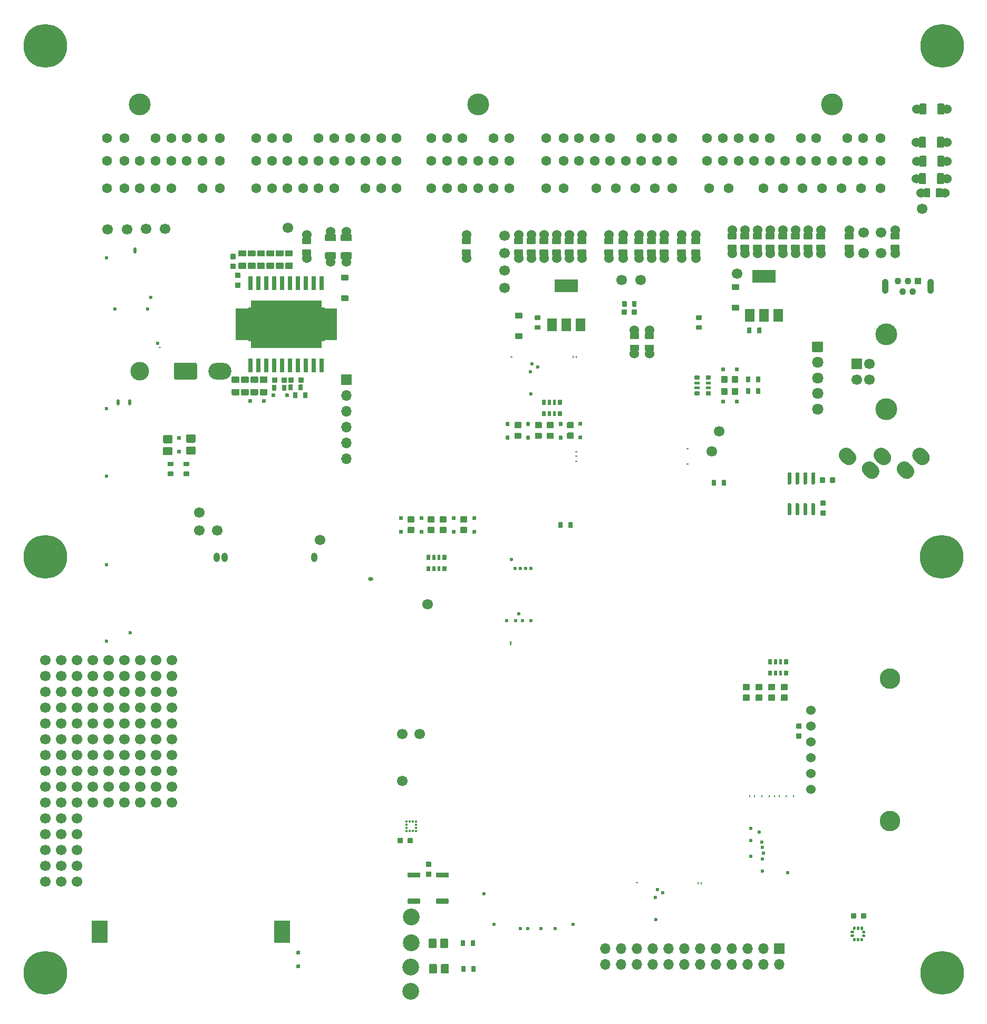
<source format=gts>
G04 #@! TF.GenerationSoftware,KiCad,Pcbnew,(6.0.1)*
G04 #@! TF.CreationDate,2022-05-23T18:47:54+03:00*
G04 #@! TF.ProjectId,hellen72_NB2,68656c6c-656e-4373-925f-4e42322e6b69,b*
G04 #@! TF.SameCoordinates,PX141ef50PYa2cc1bc*
G04 #@! TF.FileFunction,Soldermask,Top*
G04 #@! TF.FilePolarity,Negative*
%FSLAX46Y46*%
G04 Gerber Fmt 4.6, Leading zero omitted, Abs format (unit mm)*
G04 Created by KiCad (PCBNEW (6.0.1)) date 2022-05-23 18:47:54*
%MOMM*%
%LPD*%
G01*
G04 APERTURE LIST*
%ADD10C,0.010000*%
%ADD11C,0.599999*%
%ADD12C,1.524000*%
%ADD13O,0.499999X0.250000*%
%ADD14C,1.700000*%
%ADD15R,1.700000X1.700000*%
%ADD16O,1.700000X1.700000*%
%ADD17C,2.700000*%
%ADD18O,1.000001X1.500000*%
%ADD19O,0.800001X0.599999*%
%ADD20C,3.500000*%
%ADD21C,1.600000*%
%ADD22R,1.100000X1.100000*%
%ADD23C,1.100000*%
%ADD24O,1.100000X2.400000*%
%ADD25O,0.250000X0.499999*%
%ADD26C,3.302000*%
%ADD27C,3.000000*%
%ADD28O,3.700000X2.700000*%
%ADD29C,7.000000*%
%ADD30R,0.375000X0.350000*%
%ADD31R,0.350000X0.375000*%
%ADD32R,2.600000X3.600000*%
%ADD33O,0.499999X1.000001*%
%ADD34O,0.499999X0.200000*%
%ADD35R,1.500000X2.000000*%
%ADD36R,3.800000X2.000000*%
%ADD37C,0.600000*%
%ADD38O,0.200000X0.399999*%
%ADD39R,0.800000X2.200000*%
%ADD40R,2.032000X5.080000*%
%ADD41R,11.430000X7.620000*%
%ADD42O,1.850000X1.700000*%
G04 APERTURE END LIST*
D10*
G04 #@! TO.C,U5*
X49372130Y111896940D02*
X49772680Y111896940D01*
X49772680Y111896940D02*
X49772680Y106611020D01*
X49772680Y106611020D02*
X49372130Y106611020D01*
X49372130Y106611020D02*
X49372130Y111896940D01*
G36*
X49772680Y106611020D02*
G01*
X49372130Y106611020D01*
X49372130Y111896940D01*
X49772680Y111896940D01*
X49772680Y106611020D01*
G37*
X49772680Y106611020D02*
X49372130Y106611020D01*
X49372130Y111896940D01*
X49772680Y111896940D01*
X49772680Y106611020D01*
X37568530Y111896940D02*
X37987080Y111896940D01*
X37987080Y111896940D02*
X37987080Y106608480D01*
X37987080Y106608480D02*
X37568530Y106608480D01*
X37568530Y106608480D02*
X37568530Y111896940D01*
G36*
X37987080Y106608480D02*
G01*
X37568530Y106608480D01*
X37568530Y111896940D01*
X37987080Y111896940D01*
X37987080Y106608480D01*
G37*
X37987080Y106608480D02*
X37568530Y106608480D01*
X37568530Y111896940D01*
X37987080Y111896940D01*
X37987080Y106608480D01*
G04 #@! TD*
D11*
G04 #@! TO.C,M4*
X75468535Y17795040D03*
X77043549Y12890031D03*
X89747567Y12899094D03*
X81268539Y12220030D03*
X82443543Y12220030D03*
X84618537Y12220030D03*
X86843539Y12220030D03*
G04 #@! TD*
G04 #@! TO.C,F6*
G36*
G01*
X148408690Y133505340D02*
X149098690Y133505340D01*
G75*
G02*
X149328690Y133275340I0J-230000D01*
G01*
X149328690Y131935340D01*
G75*
G02*
X149098690Y131705340I-230000J0D01*
G01*
X148408690Y131705340D01*
G75*
G02*
X148178690Y131935340I0J230000D01*
G01*
X148178690Y133275340D01*
G75*
G02*
X148408690Y133505340I230000J0D01*
G01*
G37*
D12*
X149753680Y132605340D03*
G36*
G01*
X145508670Y133505340D02*
X146198670Y133505340D01*
G75*
G02*
X146428670Y133275340I0J-230000D01*
G01*
X146428670Y131935340D01*
G75*
G02*
X146198670Y131705340I-230000J0D01*
G01*
X145508670Y131705340D01*
G75*
G02*
X145278670Y131935340I0J230000D01*
G01*
X145278670Y133275340D01*
G75*
G02*
X145508670Y133505340I230000J0D01*
G01*
G37*
X144853680Y132605340D03*
G04 #@! TD*
D13*
G04 #@! TO.C,M9*
X90291681Y87183340D03*
X90291681Y88058340D03*
X90291681Y88758341D03*
X108116679Y89208340D03*
X108116679Y86808337D03*
G04 #@! TD*
G04 #@! TO.C,R8*
G36*
G01*
X117956680Y120995339D02*
X116706680Y120995339D01*
G75*
G02*
X116606680Y121095339I0J100000D01*
G01*
X116606680Y121895339D01*
G75*
G02*
X116706680Y121995339I100000J0D01*
G01*
X117956680Y121995339D01*
G75*
G02*
X118056680Y121895339I0J-100000D01*
G01*
X118056680Y121095339D01*
G75*
G02*
X117956680Y120995339I-100000J0D01*
G01*
G37*
D12*
X117331680Y120540340D03*
G36*
G01*
X117956680Y122895361D02*
X116706680Y122895361D01*
G75*
G02*
X116606680Y122995361I0J100000D01*
G01*
X116606680Y123795361D01*
G75*
G02*
X116706680Y123895361I100000J0D01*
G01*
X117956680Y123895361D01*
G75*
G02*
X118056680Y123795361I0J-100000D01*
G01*
X118056680Y122995361D01*
G75*
G02*
X117956680Y122895361I-100000J0D01*
G01*
G37*
X117331680Y124350340D03*
G04 #@! TD*
G04 #@! TO.C,R32*
X141461680Y120540340D03*
G36*
G01*
X142086680Y120995339D02*
X140836680Y120995339D01*
G75*
G02*
X140736680Y121095339I0J100000D01*
G01*
X140736680Y121895339D01*
G75*
G02*
X140836680Y121995339I100000J0D01*
G01*
X142086680Y121995339D01*
G75*
G02*
X142186680Y121895339I0J-100000D01*
G01*
X142186680Y121095339D01*
G75*
G02*
X142086680Y120995339I-100000J0D01*
G01*
G37*
X141461680Y124350340D03*
G36*
G01*
X142086680Y122895361D02*
X140836680Y122895361D01*
G75*
G02*
X140736680Y122995361I0J100000D01*
G01*
X140736680Y123795361D01*
G75*
G02*
X140836680Y123895361I100000J0D01*
G01*
X142086680Y123895361D01*
G75*
G02*
X142186680Y123795361I0J-100000D01*
G01*
X142186680Y122995361D01*
G75*
G02*
X142086680Y122895361I-100000J0D01*
G01*
G37*
G04 #@! TD*
D14*
G04 #@! TO.C,P5*
X62302380Y35910220D03*
G04 #@! TD*
G04 #@! TO.C,P6*
X62302380Y43412400D03*
G04 #@! TD*
G04 #@! TO.C,R2*
G36*
G01*
X24710000Y87162500D02*
X25490000Y87162500D01*
G75*
G02*
X25560000Y87092500I0J-70000D01*
G01*
X25560000Y86532500D01*
G75*
G02*
X25490000Y86462500I-70000J0D01*
G01*
X24710000Y86462500D01*
G75*
G02*
X24640000Y86532500I0J70000D01*
G01*
X24640000Y87092500D01*
G75*
G02*
X24710000Y87162500I70000J0D01*
G01*
G37*
G36*
G01*
X24710000Y85562500D02*
X25490000Y85562500D01*
G75*
G02*
X25560000Y85492500I0J-70000D01*
G01*
X25560000Y84932500D01*
G75*
G02*
X25490000Y84862500I-70000J0D01*
G01*
X24710000Y84862500D01*
G75*
G02*
X24640000Y84932500I0J70000D01*
G01*
X24640000Y85492500D01*
G75*
G02*
X24710000Y85562500I70000J0D01*
G01*
G37*
G04 #@! TD*
D15*
G04 #@! TO.C,J27*
X53323680Y100347340D03*
D16*
X53323680Y97807340D03*
X53323680Y95267340D03*
X53323680Y92727340D03*
X53323680Y90187340D03*
X53323680Y87647340D03*
G04 #@! TD*
G04 #@! TO.C,R4*
G36*
G01*
X114301680Y84145340D02*
X114301680Y83365340D01*
G75*
G02*
X114231680Y83295340I-70000J0D01*
G01*
X113671680Y83295340D01*
G75*
G02*
X113601680Y83365340I0J70000D01*
G01*
X113601680Y84145340D01*
G75*
G02*
X113671680Y84215340I70000J0D01*
G01*
X114231680Y84215340D01*
G75*
G02*
X114301680Y84145340I0J-70000D01*
G01*
G37*
G36*
G01*
X112701680Y84145340D02*
X112701680Y83365340D01*
G75*
G02*
X112631680Y83295340I-70000J0D01*
G01*
X112071680Y83295340D01*
G75*
G02*
X112001680Y83365340I0J70000D01*
G01*
X112001680Y84145340D01*
G75*
G02*
X112071680Y84215340I70000J0D01*
G01*
X112631680Y84215340D01*
G75*
G02*
X112701680Y84145340I0J-70000D01*
G01*
G37*
G04 #@! TD*
D14*
G04 #@! TO.C,P19*
X43925680Y124731340D03*
G04 #@! TD*
D17*
G04 #@! TO.C,J19*
X63719659Y2136041D03*
G04 #@! TD*
G04 #@! TO.C,C3*
G36*
G01*
X61596678Y25965340D02*
X61596678Y26645340D01*
G75*
G02*
X61681678Y26730340I85000J0D01*
G01*
X62361678Y26730340D01*
G75*
G02*
X62446678Y26645340I0J-85000D01*
G01*
X62446678Y25965340D01*
G75*
G02*
X62361678Y25880340I-85000J0D01*
G01*
X61681678Y25880340D01*
G75*
G02*
X61596678Y25965340I0J85000D01*
G01*
G37*
G36*
G01*
X63176680Y25965340D02*
X63176680Y26645340D01*
G75*
G02*
X63261680Y26730340I85000J0D01*
G01*
X63941680Y26730340D01*
G75*
G02*
X64026680Y26645340I0J-85000D01*
G01*
X64026680Y25965340D01*
G75*
G02*
X63941680Y25880340I-85000J0D01*
G01*
X63261680Y25880340D01*
G75*
G02*
X63176680Y25965340I0J85000D01*
G01*
G37*
G04 #@! TD*
D14*
G04 #@! TO.C,G4*
X20210000Y45097322D03*
X20210000Y47637322D03*
X20210000Y50177322D03*
X20210000Y52717322D03*
X20210000Y55257322D03*
X22750000Y45097322D03*
X22750000Y47637322D03*
X22750000Y50177322D03*
X22750000Y52717322D03*
X22750000Y55257322D03*
X25290000Y45097322D03*
X25290000Y47637322D03*
X25290000Y50177322D03*
X25290000Y52717322D03*
X25290000Y55257322D03*
G04 #@! TD*
D12*
G04 #@! TO.C,R9*
X123427680Y120540340D03*
G36*
G01*
X124052680Y120995339D02*
X122802680Y120995339D01*
G75*
G02*
X122702680Y121095339I0J100000D01*
G01*
X122702680Y121895339D01*
G75*
G02*
X122802680Y121995339I100000J0D01*
G01*
X124052680Y121995339D01*
G75*
G02*
X124152680Y121895339I0J-100000D01*
G01*
X124152680Y121095339D01*
G75*
G02*
X124052680Y120995339I-100000J0D01*
G01*
G37*
G36*
G01*
X124052680Y122895361D02*
X122802680Y122895361D01*
G75*
G02*
X122702680Y122995361I0J100000D01*
G01*
X122702680Y123795361D01*
G75*
G02*
X122802680Y123895361I100000J0D01*
G01*
X124052680Y123895361D01*
G75*
G02*
X124152680Y123795361I0J-100000D01*
G01*
X124152680Y122995361D01*
G75*
G02*
X124052680Y122895361I-100000J0D01*
G01*
G37*
X123427680Y124350340D03*
G04 #@! TD*
D14*
G04 #@! TO.C,P10*
X78723680Y117873340D03*
G04 #@! TD*
G04 #@! TO.C,R21*
G36*
G01*
X43701680Y99445340D02*
X43701680Y98665340D01*
G75*
G02*
X43631680Y98595340I-70000J0D01*
G01*
X43071680Y98595340D01*
G75*
G02*
X43001680Y98665340I0J70000D01*
G01*
X43001680Y99445340D01*
G75*
G02*
X43071680Y99515340I70000J0D01*
G01*
X43631680Y99515340D01*
G75*
G02*
X43701680Y99445340I0J-70000D01*
G01*
G37*
G36*
G01*
X42101680Y99445340D02*
X42101680Y98665340D01*
G75*
G02*
X42031680Y98595340I-70000J0D01*
G01*
X41471680Y98595340D01*
G75*
G02*
X41401680Y98665340I0J70000D01*
G01*
X41401680Y99445340D01*
G75*
G02*
X41471680Y99515340I70000J0D01*
G01*
X42031680Y99515340D01*
G75*
G02*
X42101680Y99445340I0J-70000D01*
G01*
G37*
G04 #@! TD*
G04 #@! TO.C,P12*
X29701680Y79005340D03*
G04 #@! TD*
G04 #@! TO.C,G12*
X12590000Y32397322D03*
X12590000Y34937322D03*
X12590000Y37477322D03*
X12590000Y40017322D03*
X12590000Y42557322D03*
X15130000Y32397322D03*
X15130000Y34937322D03*
X15130000Y37477322D03*
X15130000Y40017322D03*
X15130000Y42557322D03*
X17670000Y32397322D03*
X17670000Y34937322D03*
X17670000Y37477322D03*
X17670000Y40017322D03*
X17670000Y42557322D03*
G04 #@! TD*
D18*
G04 #@! TO.C,M5*
X32559110Y71817999D03*
X33814975Y71817999D03*
X48190001Y71817999D03*
D19*
X57244999Y68321715D03*
G04 #@! TD*
G04 #@! TO.C,D1*
G36*
G01*
X67906019Y6350340D02*
X67906019Y5110340D01*
G75*
G02*
X67776019Y4980340I-130000J0D01*
G01*
X66736019Y4980340D01*
G75*
G02*
X66606019Y5110340I0J130000D01*
G01*
X66606019Y6350340D01*
G75*
G02*
X66736019Y6480340I130000J0D01*
G01*
X67776019Y6480340D01*
G75*
G02*
X67906019Y6350340I0J-130000D01*
G01*
G37*
G36*
G01*
X69806040Y6350340D02*
X69806040Y5110340D01*
G75*
G02*
X69676040Y4980340I-130000J0D01*
G01*
X68636040Y4980340D01*
G75*
G02*
X68506040Y5110340I0J130000D01*
G01*
X68506040Y6350340D01*
G75*
G02*
X68636040Y6480340I130000J0D01*
G01*
X69676040Y6480340D01*
G75*
G02*
X69806040Y6350340I0J-130000D01*
G01*
G37*
G04 #@! TD*
D12*
G04 #@! TO.C,R48*
X89137680Y119778340D03*
G36*
G01*
X89762680Y120233339D02*
X88512680Y120233339D01*
G75*
G02*
X88412680Y120333339I0J100000D01*
G01*
X88412680Y121133339D01*
G75*
G02*
X88512680Y121233339I100000J0D01*
G01*
X89762680Y121233339D01*
G75*
G02*
X89862680Y121133339I0J-100000D01*
G01*
X89862680Y120333339D01*
G75*
G02*
X89762680Y120233339I-100000J0D01*
G01*
G37*
X89137680Y123588340D03*
G36*
G01*
X89762680Y122133361D02*
X88512680Y122133361D01*
G75*
G02*
X88412680Y122233361I0J100000D01*
G01*
X88412680Y123033361D01*
G75*
G02*
X88512680Y123133361I100000J0D01*
G01*
X89762680Y123133361D01*
G75*
G02*
X89862680Y123033361I0J-100000D01*
G01*
X89862680Y122233361D01*
G75*
G02*
X89762680Y122133361I-100000J0D01*
G01*
G37*
G04 #@! TD*
G04 #@! TO.C,D15*
G36*
G01*
X61811889Y75639340D02*
X61811889Y76119340D01*
G75*
G02*
X61871889Y76179340I60000J0D01*
G01*
X62351889Y76179340D01*
G75*
G02*
X62411889Y76119340I0J-60000D01*
G01*
X62411889Y75639340D01*
G75*
G02*
X62351889Y75579340I-60000J0D01*
G01*
X61871889Y75579340D01*
G75*
G02*
X61811889Y75639340I0J60000D01*
G01*
G37*
G36*
G01*
X61811889Y77839340D02*
X61811889Y78319340D01*
G75*
G02*
X61871889Y78379340I60000J0D01*
G01*
X62351889Y78379340D01*
G75*
G02*
X62411889Y78319340I0J-60000D01*
G01*
X62411889Y77839340D01*
G75*
G02*
X62351889Y77779340I-60000J0D01*
G01*
X61871889Y77779340D01*
G75*
G02*
X61811889Y77839340I0J60000D01*
G01*
G37*
G04 #@! TD*
G04 #@! TO.C,C7*
G36*
G01*
X34790197Y120526785D02*
X35470197Y120526785D01*
G75*
G02*
X35555197Y120441785I0J-85000D01*
G01*
X35555197Y119761785D01*
G75*
G02*
X35470197Y119676785I-85000J0D01*
G01*
X34790197Y119676785D01*
G75*
G02*
X34705197Y119761785I0J85000D01*
G01*
X34705197Y120441785D01*
G75*
G02*
X34790197Y120526785I85000J0D01*
G01*
G37*
G36*
G01*
X34790197Y118946783D02*
X35470197Y118946783D01*
G75*
G02*
X35555197Y118861783I0J-85000D01*
G01*
X35555197Y118181783D01*
G75*
G02*
X35470197Y118096783I-85000J0D01*
G01*
X34790197Y118096783D01*
G75*
G02*
X34705197Y118181783I0J85000D01*
G01*
X34705197Y118861783D01*
G75*
G02*
X34790197Y118946783I85000J0D01*
G01*
G37*
G04 #@! TD*
G04 #@! TO.C,C1*
G36*
G01*
X66211680Y22945341D02*
X66891680Y22945341D01*
G75*
G02*
X66976680Y22860341I0J-85000D01*
G01*
X66976680Y22180341D01*
G75*
G02*
X66891680Y22095341I-85000J0D01*
G01*
X66211680Y22095341D01*
G75*
G02*
X66126680Y22180341I0J85000D01*
G01*
X66126680Y22860341D01*
G75*
G02*
X66211680Y22945341I85000J0D01*
G01*
G37*
G36*
G01*
X66211680Y21365339D02*
X66891680Y21365339D01*
G75*
G02*
X66976680Y21280339I0J-85000D01*
G01*
X66976680Y20600339D01*
G75*
G02*
X66891680Y20515339I-85000J0D01*
G01*
X66211680Y20515339D01*
G75*
G02*
X66126680Y20600339I0J85000D01*
G01*
X66126680Y21280339D01*
G75*
G02*
X66211680Y21365339I85000J0D01*
G01*
G37*
G04 #@! TD*
G04 #@! TO.C,D35*
G36*
G01*
X115297680Y115655340D02*
X116317680Y115655340D01*
G75*
G02*
X116407680Y115565340I0J-90000D01*
G01*
X116407680Y114845340D01*
G75*
G02*
X116317680Y114755340I-90000J0D01*
G01*
X115297680Y114755340D01*
G75*
G02*
X115207680Y114845340I0J90000D01*
G01*
X115207680Y115565340D01*
G75*
G02*
X115297680Y115655340I90000J0D01*
G01*
G37*
G36*
G01*
X115297680Y112355340D02*
X116317680Y112355340D01*
G75*
G02*
X116407680Y112265340I0J-90000D01*
G01*
X116407680Y111545340D01*
G75*
G02*
X116317680Y111455340I-90000J0D01*
G01*
X115297680Y111455340D01*
G75*
G02*
X115207680Y111545340I0J90000D01*
G01*
X115207680Y112265340D01*
G75*
G02*
X115297680Y112355340I90000J0D01*
G01*
G37*
G04 #@! TD*
D14*
G04 #@! TO.C,P15*
X78723680Y115079340D03*
G04 #@! TD*
G04 #@! TO.C,S1*
G36*
G01*
X63281680Y21205341D02*
X65121680Y21205341D01*
G75*
G02*
X65201680Y21125341I0J-80000D01*
G01*
X65201680Y20485341D01*
G75*
G02*
X65121680Y20405341I-80000J0D01*
G01*
X63281680Y20405341D01*
G75*
G02*
X63201680Y20485341I0J80000D01*
G01*
X63201680Y21125341D01*
G75*
G02*
X63281680Y21205341I80000J0D01*
G01*
G37*
G36*
G01*
X63281680Y17005340D02*
X65121680Y17005340D01*
G75*
G02*
X65201680Y16925340I0J-80000D01*
G01*
X65201680Y16285340D01*
G75*
G02*
X65121680Y16205340I-80000J0D01*
G01*
X63281680Y16205340D01*
G75*
G02*
X63201680Y16285340I0J80000D01*
G01*
X63201680Y16925340D01*
G75*
G02*
X63281680Y17005340I80000J0D01*
G01*
G37*
G04 #@! TD*
G04 #@! TO.C,D6*
G36*
G01*
X72611887Y75679341D02*
X71711887Y75679341D01*
G75*
G02*
X71611887Y75779341I0J100000D01*
G01*
X71611887Y76579341D01*
G75*
G02*
X71711887Y76679341I100000J0D01*
G01*
X72611887Y76679341D01*
G75*
G02*
X72711887Y76579341I0J-100000D01*
G01*
X72711887Y75779341D01*
G75*
G02*
X72611887Y75679341I-100000J0D01*
G01*
G37*
G36*
G01*
X72611887Y77379341D02*
X71711887Y77379341D01*
G75*
G02*
X71611887Y77479341I0J100000D01*
G01*
X71611887Y78279341D01*
G75*
G02*
X71711887Y78379341I100000J0D01*
G01*
X72611887Y78379341D01*
G75*
G02*
X72711887Y78279341I0J-100000D01*
G01*
X72711887Y77479341D01*
G75*
G02*
X72611887Y77379341I-100000J0D01*
G01*
G37*
G04 #@! TD*
G04 #@! TO.C,C4*
G36*
G01*
X131806682Y84545340D02*
X131806682Y83865340D01*
G75*
G02*
X131721682Y83780340I-85000J0D01*
G01*
X131041682Y83780340D01*
G75*
G02*
X130956682Y83865340I0J85000D01*
G01*
X130956682Y84545340D01*
G75*
G02*
X131041682Y84630340I85000J0D01*
G01*
X131721682Y84630340D01*
G75*
G02*
X131806682Y84545340I0J-85000D01*
G01*
G37*
G36*
G01*
X130226680Y84545340D02*
X130226680Y83865340D01*
G75*
G02*
X130141680Y83780340I-85000J0D01*
G01*
X129461680Y83780340D01*
G75*
G02*
X129376680Y83865340I0J85000D01*
G01*
X129376680Y84545340D01*
G75*
G02*
X129461680Y84630340I85000J0D01*
G01*
X130141680Y84630340D01*
G75*
G02*
X130226680Y84545340I0J-85000D01*
G01*
G37*
G04 #@! TD*
G04 #@! TO.C,D12*
G36*
G01*
X73597680Y75639340D02*
X73597680Y76119340D01*
G75*
G02*
X73657680Y76179340I60000J0D01*
G01*
X74137680Y76179340D01*
G75*
G02*
X74197680Y76119340I0J-60000D01*
G01*
X74197680Y75639340D01*
G75*
G02*
X74137680Y75579340I-60000J0D01*
G01*
X73657680Y75579340D01*
G75*
G02*
X73597680Y75639340I0J60000D01*
G01*
G37*
G36*
G01*
X73597680Y77839340D02*
X73597680Y78319340D01*
G75*
G02*
X73657680Y78379340I60000J0D01*
G01*
X74137680Y78379340D01*
G75*
G02*
X74197680Y78319340I0J-60000D01*
G01*
X74197680Y77839340D01*
G75*
G02*
X74137680Y77779340I-60000J0D01*
G01*
X73657680Y77779340D01*
G75*
G02*
X73597680Y77839340I0J60000D01*
G01*
G37*
G04 #@! TD*
D20*
G04 #@! TO.C,P2*
X131301680Y144555340D03*
X74501680Y144555340D03*
X20201680Y144555340D03*
D21*
X14901680Y139105340D03*
X17701680Y139105340D03*
X22701680Y139105340D03*
X25201680Y139105340D03*
X27701680Y139105340D03*
X30201680Y139105340D03*
X33001680Y139105340D03*
X38901680Y139105340D03*
X41401680Y139105340D03*
X43901680Y139105340D03*
X48901680Y139105340D03*
X51401680Y139105340D03*
X53901680Y139105340D03*
X56401680Y139105340D03*
X58901680Y139105340D03*
X61401680Y139105340D03*
X67001680Y139105340D03*
X69501680Y139105340D03*
X72001680Y139105340D03*
X77001680Y139105340D03*
X79501680Y139105340D03*
X85401680Y139105340D03*
X88201680Y139105340D03*
X90701680Y139105340D03*
X93201680Y139105340D03*
X95701680Y139105340D03*
X100701680Y139105340D03*
X103201680Y139105340D03*
X105701680Y139105340D03*
X111301680Y139105340D03*
X113801680Y139105340D03*
X116301680Y139105340D03*
X118801680Y139105340D03*
X121301680Y139105340D03*
X126301680Y139105340D03*
X128801680Y139105340D03*
X133801680Y139105340D03*
X136301680Y139105340D03*
X139101680Y139105340D03*
X14901680Y135505340D03*
X17701680Y135505340D03*
X20201680Y135505340D03*
X22701680Y135505340D03*
X25201680Y135505340D03*
X27701680Y135505340D03*
X30201680Y135505340D03*
X33001680Y135505340D03*
X38901680Y135505340D03*
X41401680Y135505340D03*
X43901680Y135505340D03*
X46401680Y135505340D03*
X48901680Y135505340D03*
X51401680Y135505340D03*
X53901680Y135505340D03*
X56401680Y135505340D03*
X58901680Y135505340D03*
X61401680Y135505340D03*
X67001680Y135505340D03*
X69501680Y135505340D03*
X72001680Y135505340D03*
X74501680Y135505340D03*
X77001680Y135505340D03*
X79501680Y135505340D03*
X85401680Y135505340D03*
X88201680Y135505340D03*
X90701680Y135505340D03*
X93201680Y135505340D03*
X95701680Y135505340D03*
X98201680Y135505340D03*
X100701680Y135505340D03*
X103201680Y135505340D03*
X105701680Y135505340D03*
X111301680Y135505340D03*
X113801680Y135505340D03*
X116301680Y135505340D03*
X118801680Y135505340D03*
X121301680Y135505340D03*
X123801680Y135505340D03*
X126301680Y135505340D03*
X128801680Y135505340D03*
X131301680Y135505340D03*
X133801680Y135505340D03*
X136301680Y135505340D03*
X139101680Y135505340D03*
X14901680Y131105340D03*
X17701680Y131105340D03*
X20201680Y131105340D03*
X22701680Y131105340D03*
X25201680Y131105340D03*
X30201680Y131105340D03*
X33001680Y131105340D03*
X38901680Y131105340D03*
X41401680Y131105340D03*
X43901680Y131105340D03*
X46401680Y131105340D03*
X48901680Y131105340D03*
X51401680Y131105340D03*
X56401680Y131105340D03*
X58901680Y131105340D03*
X61401680Y131105340D03*
X67001680Y131105340D03*
X69501680Y131105340D03*
X72001680Y131105340D03*
X74501680Y131105340D03*
X77001680Y131105340D03*
X79501680Y131105340D03*
X85401680Y131105340D03*
X88201680Y131105340D03*
X93511680Y131105340D03*
X96641680Y131105340D03*
X99771680Y131105340D03*
X102901680Y131105340D03*
X105701680Y131105340D03*
X111601680Y131105340D03*
X114731680Y131105340D03*
X120321680Y131105340D03*
X123451680Y131105340D03*
X126581680Y131105340D03*
X129711680Y131105340D03*
X132841680Y131105340D03*
X135971680Y131105340D03*
X139101680Y131105340D03*
G04 #@! TD*
G04 #@! TO.C,D22*
G36*
G01*
X82819177Y93457841D02*
X82819177Y92977841D01*
G75*
G02*
X82759177Y92917841I-60000J0D01*
G01*
X82279177Y92917841D01*
G75*
G02*
X82219177Y92977841I0J60000D01*
G01*
X82219177Y93457841D01*
G75*
G02*
X82279177Y93517841I60000J0D01*
G01*
X82759177Y93517841D01*
G75*
G02*
X82819177Y93457841I0J-60000D01*
G01*
G37*
G36*
G01*
X82819177Y91257841D02*
X82819177Y90777841D01*
G75*
G02*
X82759177Y90717841I-60000J0D01*
G01*
X82279177Y90717841D01*
G75*
G02*
X82219177Y90777841I0J60000D01*
G01*
X82219177Y91257841D01*
G75*
G02*
X82279177Y91317841I60000J0D01*
G01*
X82759177Y91317841D01*
G75*
G02*
X82819177Y91257841I0J-60000D01*
G01*
G37*
G04 #@! TD*
D14*
G04 #@! TO.C,P56*
X139175680Y123969340D03*
G04 #@! TD*
G04 #@! TO.C,P52*
X100567680Y116349340D03*
G04 #@! TD*
G04 #@! TO.C,D11*
G36*
G01*
X28995000Y90212521D02*
X27755000Y90212521D01*
G75*
G02*
X27625000Y90342521I0J130000D01*
G01*
X27625000Y91382521D01*
G75*
G02*
X27755000Y91512521I130000J0D01*
G01*
X28995000Y91512521D01*
G75*
G02*
X29125000Y91382521I0J-130000D01*
G01*
X29125000Y90342521D01*
G75*
G02*
X28995000Y90212521I-130000J0D01*
G01*
G37*
G36*
G01*
X28995000Y88312500D02*
X27755000Y88312500D01*
G75*
G02*
X27625000Y88442500I0J130000D01*
G01*
X27625000Y89482500D01*
G75*
G02*
X27755000Y89612500I130000J0D01*
G01*
X28995000Y89612500D01*
G75*
G02*
X29125000Y89482500I0J-130000D01*
G01*
X29125000Y88442500D01*
G75*
G02*
X28995000Y88312500I-130000J0D01*
G01*
G37*
G04 #@! TD*
G04 #@! TO.C,C17*
G36*
G01*
X39526680Y100830340D02*
X40576680Y100830340D01*
G75*
G02*
X40676680Y100730340I0J-100000D01*
G01*
X40676680Y99930340D01*
G75*
G02*
X40576680Y99830340I-100000J0D01*
G01*
X39526680Y99830340D01*
G75*
G02*
X39426680Y99930340I0J100000D01*
G01*
X39426680Y100730340D01*
G75*
G02*
X39526680Y100830340I100000J0D01*
G01*
G37*
G36*
G01*
X39526680Y98830340D02*
X40576680Y98830340D01*
G75*
G02*
X40676680Y98730340I0J-100000D01*
G01*
X40676680Y97930340D01*
G75*
G02*
X40576680Y97830340I-100000J0D01*
G01*
X39526680Y97830340D01*
G75*
G02*
X39426680Y97930340I0J100000D01*
G01*
X39426680Y98730340D01*
G75*
G02*
X39526680Y98830340I100000J0D01*
G01*
G37*
G04 #@! TD*
G04 #@! TO.C,P13*
X32601680Y76105340D03*
G04 #@! TD*
G04 #@! TO.C,R11*
G36*
G01*
X134720680Y120995339D02*
X133470680Y120995339D01*
G75*
G02*
X133370680Y121095339I0J100000D01*
G01*
X133370680Y121895339D01*
G75*
G02*
X133470680Y121995339I100000J0D01*
G01*
X134720680Y121995339D01*
G75*
G02*
X134820680Y121895339I0J-100000D01*
G01*
X134820680Y121095339D01*
G75*
G02*
X134720680Y120995339I-100000J0D01*
G01*
G37*
D12*
X134095680Y120540340D03*
G36*
G01*
X134720680Y122895361D02*
X133470680Y122895361D01*
G75*
G02*
X133370680Y122995361I0J100000D01*
G01*
X133370680Y123795361D01*
G75*
G02*
X133470680Y123895361I100000J0D01*
G01*
X134720680Y123895361D01*
G75*
G02*
X134820680Y123795361I0J-100000D01*
G01*
X134820680Y122995361D01*
G75*
G02*
X134720680Y122895361I-100000J0D01*
G01*
G37*
X134095680Y124350340D03*
G04 #@! TD*
G04 #@! TO.C,R6*
G36*
G01*
X69401680Y72118340D02*
X69401680Y71448340D01*
G75*
G02*
X69336680Y71383340I-65000J0D01*
G01*
X68816680Y71383340D01*
G75*
G02*
X68751680Y71448340I0J65000D01*
G01*
X68751680Y72118340D01*
G75*
G02*
X68816680Y72183340I65000J0D01*
G01*
X69336680Y72183340D01*
G75*
G02*
X69401680Y72118340I0J-65000D01*
G01*
G37*
G36*
G01*
X68426680Y72138340D02*
X68426680Y71428340D01*
G75*
G02*
X68381680Y71383340I-45000J0D01*
G01*
X68021680Y71383340D01*
G75*
G02*
X67976680Y71428340I0J45000D01*
G01*
X67976680Y72138340D01*
G75*
G02*
X68021680Y72183340I45000J0D01*
G01*
X68381680Y72183340D01*
G75*
G02*
X68426680Y72138340I0J-45000D01*
G01*
G37*
G36*
G01*
X67626680Y72138340D02*
X67626680Y71428340D01*
G75*
G02*
X67581680Y71383340I-45000J0D01*
G01*
X67221680Y71383340D01*
G75*
G02*
X67176680Y71428340I0J45000D01*
G01*
X67176680Y72138340D01*
G75*
G02*
X67221680Y72183340I45000J0D01*
G01*
X67581680Y72183340D01*
G75*
G02*
X67626680Y72138340I0J-45000D01*
G01*
G37*
G36*
G01*
X66851680Y72118340D02*
X66851680Y71448340D01*
G75*
G02*
X66786680Y71383340I-65000J0D01*
G01*
X66266680Y71383340D01*
G75*
G02*
X66201680Y71448340I0J65000D01*
G01*
X66201680Y72118340D01*
G75*
G02*
X66266680Y72183340I65000J0D01*
G01*
X66786680Y72183340D01*
G75*
G02*
X66851680Y72118340I0J-65000D01*
G01*
G37*
G36*
G01*
X66851680Y70318340D02*
X66851680Y69648340D01*
G75*
G02*
X66786680Y69583340I-65000J0D01*
G01*
X66266680Y69583340D01*
G75*
G02*
X66201680Y69648340I0J65000D01*
G01*
X66201680Y70318340D01*
G75*
G02*
X66266680Y70383340I65000J0D01*
G01*
X66786680Y70383340D01*
G75*
G02*
X66851680Y70318340I0J-65000D01*
G01*
G37*
G36*
G01*
X67626680Y70338340D02*
X67626680Y69628340D01*
G75*
G02*
X67581680Y69583340I-45000J0D01*
G01*
X67221680Y69583340D01*
G75*
G02*
X67176680Y69628340I0J45000D01*
G01*
X67176680Y70338340D01*
G75*
G02*
X67221680Y70383340I45000J0D01*
G01*
X67581680Y70383340D01*
G75*
G02*
X67626680Y70338340I0J-45000D01*
G01*
G37*
G36*
G01*
X68426680Y70338340D02*
X68426680Y69628340D01*
G75*
G02*
X68381680Y69583340I-45000J0D01*
G01*
X68021680Y69583340D01*
G75*
G02*
X67976680Y69628340I0J45000D01*
G01*
X67976680Y70338340D01*
G75*
G02*
X68021680Y70383340I45000J0D01*
G01*
X68381680Y70383340D01*
G75*
G02*
X68426680Y70338340I0J-45000D01*
G01*
G37*
G36*
G01*
X69401680Y70318340D02*
X69401680Y69648340D01*
G75*
G02*
X69336680Y69583340I-65000J0D01*
G01*
X68816680Y69583340D01*
G75*
G02*
X68751680Y69648340I0J65000D01*
G01*
X68751680Y70318340D01*
G75*
G02*
X68816680Y70383340I65000J0D01*
G01*
X69336680Y70383340D01*
G75*
G02*
X69401680Y70318340I0J-65000D01*
G01*
G37*
G04 #@! TD*
D17*
G04 #@! TO.C,J20*
X63719659Y6008843D03*
G04 #@! TD*
D12*
G04 #@! TO.C,R43*
X46973680Y119778340D03*
G36*
G01*
X47598680Y120233339D02*
X46348680Y120233339D01*
G75*
G02*
X46248680Y120333339I0J100000D01*
G01*
X46248680Y121133339D01*
G75*
G02*
X46348680Y121233339I100000J0D01*
G01*
X47598680Y121233339D01*
G75*
G02*
X47698680Y121133339I0J-100000D01*
G01*
X47698680Y120333339D01*
G75*
G02*
X47598680Y120233339I-100000J0D01*
G01*
G37*
X46973680Y123588340D03*
G36*
G01*
X47598680Y122133361D02*
X46348680Y122133361D01*
G75*
G02*
X46248680Y122233361I0J100000D01*
G01*
X46248680Y123033361D01*
G75*
G02*
X46348680Y123133361I100000J0D01*
G01*
X47598680Y123133361D01*
G75*
G02*
X47698680Y123033361I0J-100000D01*
G01*
X47698680Y122233361D01*
G75*
G02*
X47598680Y122133361I-100000J0D01*
G01*
G37*
G04 #@! TD*
D22*
G04 #@! TO.C,J1*
X145101680Y116180340D03*
D23*
X144301680Y114430340D03*
X143501680Y116180340D03*
X142701680Y114430340D03*
X141901680Y116180340D03*
D24*
X147151680Y115305340D03*
X139851680Y115305340D03*
G04 #@! TD*
D12*
G04 #@! TO.C,R30*
X125459680Y120540340D03*
G36*
G01*
X126084680Y120995339D02*
X124834680Y120995339D01*
G75*
G02*
X124734680Y121095339I0J100000D01*
G01*
X124734680Y121895339D01*
G75*
G02*
X124834680Y121995339I100000J0D01*
G01*
X126084680Y121995339D01*
G75*
G02*
X126184680Y121895339I0J-100000D01*
G01*
X126184680Y121095339D01*
G75*
G02*
X126084680Y120995339I-100000J0D01*
G01*
G37*
X125459680Y124350340D03*
G36*
G01*
X126084680Y122895361D02*
X124834680Y122895361D01*
G75*
G02*
X124734680Y122995361I0J100000D01*
G01*
X124734680Y123795361D01*
G75*
G02*
X124834680Y123895361I100000J0D01*
G01*
X126084680Y123895361D01*
G75*
G02*
X126184680Y123795361I0J-100000D01*
G01*
X126184680Y122995361D01*
G75*
G02*
X126084680Y122895361I-100000J0D01*
G01*
G37*
G04 #@! TD*
G04 #@! TO.C,F5*
G36*
G01*
X49883680Y122788350D02*
X49883680Y123478350D01*
G75*
G02*
X50113680Y123708350I230000J0D01*
G01*
X51453680Y123708350D01*
G75*
G02*
X51683680Y123478350I0J-230000D01*
G01*
X51683680Y122788350D01*
G75*
G02*
X51453680Y122558350I-230000J0D01*
G01*
X50113680Y122558350D01*
G75*
G02*
X49883680Y122788350I0J230000D01*
G01*
G37*
X50783680Y124133340D03*
X50783680Y119233340D03*
G36*
G01*
X49883680Y119888330D02*
X49883680Y120578330D01*
G75*
G02*
X50113680Y120808330I230000J0D01*
G01*
X51453680Y120808330D01*
G75*
G02*
X51683680Y120578330I0J-230000D01*
G01*
X51683680Y119888330D01*
G75*
G02*
X51453680Y119658330I-230000J0D01*
G01*
X50113680Y119658330D01*
G75*
G02*
X49883680Y119888330I0J230000D01*
G01*
G37*
G04 #@! TD*
G04 #@! TO.C,R34*
X129523680Y120540340D03*
G36*
G01*
X130148680Y120995339D02*
X128898680Y120995339D01*
G75*
G02*
X128798680Y121095339I0J100000D01*
G01*
X128798680Y121895339D01*
G75*
G02*
X128898680Y121995339I100000J0D01*
G01*
X130148680Y121995339D01*
G75*
G02*
X130248680Y121895339I0J-100000D01*
G01*
X130248680Y121095339D01*
G75*
G02*
X130148680Y120995339I-100000J0D01*
G01*
G37*
G36*
G01*
X130148680Y122895361D02*
X128898680Y122895361D01*
G75*
G02*
X128798680Y122995361I0J100000D01*
G01*
X128798680Y123795361D01*
G75*
G02*
X128898680Y123895361I100000J0D01*
G01*
X130148680Y123895361D01*
G75*
G02*
X130248680Y123795361I0J-100000D01*
G01*
X130248680Y122995361D01*
G75*
G02*
X130148680Y122895361I-100000J0D01*
G01*
G37*
X129523680Y124350340D03*
G04 #@! TD*
G04 #@! TO.C,D30*
G36*
G01*
X113611680Y97092837D02*
X114091680Y97092837D01*
G75*
G02*
X114151680Y97032837I0J-60000D01*
G01*
X114151680Y96552837D01*
G75*
G02*
X114091680Y96492837I-60000J0D01*
G01*
X113611680Y96492837D01*
G75*
G02*
X113551680Y96552837I0J60000D01*
G01*
X113551680Y97032837D01*
G75*
G02*
X113611680Y97092837I60000J0D01*
G01*
G37*
G36*
G01*
X115811680Y97092837D02*
X116291680Y97092837D01*
G75*
G02*
X116351680Y97032837I0J-60000D01*
G01*
X116351680Y96552837D01*
G75*
G02*
X116291680Y96492837I-60000J0D01*
G01*
X115811680Y96492837D01*
G75*
G02*
X115751680Y96552837I0J60000D01*
G01*
X115751680Y97032837D01*
G75*
G02*
X115811680Y97092837I60000J0D01*
G01*
G37*
G04 #@! TD*
D15*
G04 #@! TO.C,J5*
X135316680Y102855340D03*
D14*
X135316680Y100355340D03*
X137316680Y100355340D03*
X137316680Y102855340D03*
D20*
X140026680Y95585340D03*
X140026680Y107625340D03*
G04 #@! TD*
D14*
G04 #@! TO.C,P4*
X65112640Y43410220D03*
G04 #@! TD*
D13*
G04 #@! TO.C,M8*
X79890186Y103998674D03*
D25*
X90240180Y103948676D03*
X89740179Y103948676D03*
D11*
X83190182Y102898678D03*
X84065184Y102373678D03*
X82890180Y101623680D03*
X82965183Y98073679D03*
G04 #@! TD*
D26*
G04 #@! TO.C,U2*
X140601680Y52290340D03*
X140601680Y29430340D03*
D12*
X127901680Y47210340D03*
X127901680Y44670340D03*
X127901680Y42130340D03*
X127901680Y39590340D03*
X127901680Y37050340D03*
X127901680Y34510340D03*
G04 #@! TD*
G04 #@! TO.C,R39*
X99601680Y108310340D03*
G36*
G01*
X98976680Y107855341D02*
X100226680Y107855341D01*
G75*
G02*
X100326680Y107755341I0J-100000D01*
G01*
X100326680Y106955341D01*
G75*
G02*
X100226680Y106855341I-100000J0D01*
G01*
X98976680Y106855341D01*
G75*
G02*
X98876680Y106955341I0J100000D01*
G01*
X98876680Y107755341D01*
G75*
G02*
X98976680Y107855341I100000J0D01*
G01*
G37*
G36*
G01*
X98976680Y105955319D02*
X100226680Y105955319D01*
G75*
G02*
X100326680Y105855319I0J-100000D01*
G01*
X100326680Y105055319D01*
G75*
G02*
X100226680Y104955319I-100000J0D01*
G01*
X98976680Y104955319D01*
G75*
G02*
X98876680Y105055319I0J100000D01*
G01*
X98876680Y105855319D01*
G75*
G02*
X98976680Y105955319I100000J0D01*
G01*
G37*
X99601680Y104500340D03*
G04 #@! TD*
G04 #@! TO.C,R17*
X102345680Y123588340D03*
G36*
G01*
X101720680Y123133341D02*
X102970680Y123133341D01*
G75*
G02*
X103070680Y123033341I0J-100000D01*
G01*
X103070680Y122233341D01*
G75*
G02*
X102970680Y122133341I-100000J0D01*
G01*
X101720680Y122133341D01*
G75*
G02*
X101620680Y122233341I0J100000D01*
G01*
X101620680Y123033341D01*
G75*
G02*
X101720680Y123133341I100000J0D01*
G01*
G37*
X102345680Y119778340D03*
G36*
G01*
X101720680Y121233319D02*
X102970680Y121233319D01*
G75*
G02*
X103070680Y121133319I0J-100000D01*
G01*
X103070680Y120333319D01*
G75*
G02*
X102970680Y120233319I-100000J0D01*
G01*
X101720680Y120233319D01*
G75*
G02*
X101620680Y120333319I0J100000D01*
G01*
X101620680Y121133319D01*
G75*
G02*
X101720680Y121233319I100000J0D01*
G01*
G37*
G04 #@! TD*
D14*
G04 #@! TO.C,G6*
X4970000Y45097322D03*
X4970000Y47637322D03*
X4970000Y50177322D03*
X4970000Y52717322D03*
X4970000Y55257322D03*
X7510000Y45097322D03*
X7510000Y47637322D03*
X7510000Y50177322D03*
X7510000Y52717322D03*
X7510000Y55257322D03*
X10050000Y45097322D03*
X10050000Y47637322D03*
X10050000Y50177322D03*
X10050000Y52717322D03*
X10050000Y55257322D03*
G04 #@! TD*
G04 #@! TO.C,P21*
X14999680Y124477340D03*
G04 #@! TD*
D13*
G04 #@! TO.C,M13*
X99993545Y19553554D03*
D25*
X110343539Y19503556D03*
X109843538Y19503556D03*
D11*
X103293541Y18453558D03*
X104168543Y17928558D03*
X102993539Y17178560D03*
X103068542Y13628559D03*
G04 #@! TD*
G04 #@! TO.C,S2*
G36*
G01*
X67856680Y21205341D02*
X69696680Y21205341D01*
G75*
G02*
X69776680Y21125341I0J-80000D01*
G01*
X69776680Y20485341D01*
G75*
G02*
X69696680Y20405341I-80000J0D01*
G01*
X67856680Y20405341D01*
G75*
G02*
X67776680Y20485341I0J80000D01*
G01*
X67776680Y21125341D01*
G75*
G02*
X67856680Y21205341I80000J0D01*
G01*
G37*
G36*
G01*
X67856680Y17005340D02*
X69696680Y17005340D01*
G75*
G02*
X69776680Y16925340I0J-80000D01*
G01*
X69776680Y16285340D01*
G75*
G02*
X69696680Y16205340I-80000J0D01*
G01*
X67856680Y16205340D01*
G75*
G02*
X67776680Y16285340I0J80000D01*
G01*
X67776680Y16925340D01*
G75*
G02*
X67856680Y17005340I80000J0D01*
G01*
G37*
G04 #@! TD*
D14*
G04 #@! TO.C,P11*
X29701680Y76105340D03*
G04 #@! TD*
D27*
G04 #@! TO.C,J3*
X20201680Y101705340D03*
G36*
G01*
X29101679Y100355340D02*
X25901681Y100355340D01*
G75*
G02*
X25651680Y100605341I0J250001D01*
G01*
X25651680Y102805339D01*
G75*
G02*
X25901681Y103055340I250001J0D01*
G01*
X29101679Y103055340D01*
G75*
G02*
X29351680Y102805339I0J-250001D01*
G01*
X29351680Y100605341D01*
G75*
G02*
X29101679Y100355340I-250001J0D01*
G01*
G37*
D28*
X33001680Y101705340D03*
G04 #@! TD*
D14*
G04 #@! TO.C,P50*
X145779680Y127779340D03*
G04 #@! TD*
D12*
G04 #@! TO.C,R40*
X119363680Y120540340D03*
G36*
G01*
X119988680Y120995339D02*
X118738680Y120995339D01*
G75*
G02*
X118638680Y121095339I0J100000D01*
G01*
X118638680Y121895339D01*
G75*
G02*
X118738680Y121995339I100000J0D01*
G01*
X119988680Y121995339D01*
G75*
G02*
X120088680Y121895339I0J-100000D01*
G01*
X120088680Y121095339D01*
G75*
G02*
X119988680Y120995339I-100000J0D01*
G01*
G37*
G36*
G01*
X119988680Y122895361D02*
X118738680Y122895361D01*
G75*
G02*
X118638680Y122995361I0J100000D01*
G01*
X118638680Y123795361D01*
G75*
G02*
X118738680Y123895361I100000J0D01*
G01*
X119988680Y123895361D01*
G75*
G02*
X120088680Y123795361I0J-100000D01*
G01*
X120088680Y122995361D01*
G75*
G02*
X119988680Y122895361I-100000J0D01*
G01*
G37*
X119363680Y124350340D03*
G04 #@! TD*
G04 #@! TO.C,F4*
G36*
G01*
X52423680Y122788350D02*
X52423680Y123478350D01*
G75*
G02*
X52653680Y123708350I230000J0D01*
G01*
X53993680Y123708350D01*
G75*
G02*
X54223680Y123478350I0J-230000D01*
G01*
X54223680Y122788350D01*
G75*
G02*
X53993680Y122558350I-230000J0D01*
G01*
X52653680Y122558350D01*
G75*
G02*
X52423680Y122788350I0J230000D01*
G01*
G37*
X53323680Y124133340D03*
G36*
G01*
X52423680Y119888330D02*
X52423680Y120578330D01*
G75*
G02*
X52653680Y120808330I230000J0D01*
G01*
X53993680Y120808330D01*
G75*
G02*
X54223680Y120578330I0J-230000D01*
G01*
X54223680Y119888330D01*
G75*
G02*
X53993680Y119658330I-230000J0D01*
G01*
X52653680Y119658330D01*
G75*
G02*
X52423680Y119888330I0J230000D01*
G01*
G37*
X53323680Y119233340D03*
G04 #@! TD*
G04 #@! TO.C,D23*
G36*
G01*
X79531680Y93459340D02*
X79531680Y92979340D01*
G75*
G02*
X79471680Y92919340I-60000J0D01*
G01*
X78991680Y92919340D01*
G75*
G02*
X78931680Y92979340I0J60000D01*
G01*
X78931680Y93459340D01*
G75*
G02*
X78991680Y93519340I60000J0D01*
G01*
X79471680Y93519340D01*
G75*
G02*
X79531680Y93459340I0J-60000D01*
G01*
G37*
G36*
G01*
X79531680Y91259340D02*
X79531680Y90779340D01*
G75*
G02*
X79471680Y90719340I-60000J0D01*
G01*
X78991680Y90719340D01*
G75*
G02*
X78931680Y90779340I0J60000D01*
G01*
X78931680Y91259340D01*
G75*
G02*
X78991680Y91319340I60000J0D01*
G01*
X79471680Y91319340D01*
G75*
G02*
X79531680Y91259340I0J-60000D01*
G01*
G37*
G04 #@! TD*
G04 #@! TO.C,D26*
G36*
G01*
X113551681Y99905342D02*
X113551681Y100805342D01*
G75*
G02*
X113651681Y100905342I100000J0D01*
G01*
X114451681Y100905342D01*
G75*
G02*
X114551681Y100805342I0J-100000D01*
G01*
X114551681Y99905342D01*
G75*
G02*
X114451681Y99805342I-100000J0D01*
G01*
X113651681Y99805342D01*
G75*
G02*
X113551681Y99905342I0J100000D01*
G01*
G37*
G36*
G01*
X115251681Y99905342D02*
X115251681Y100805342D01*
G75*
G02*
X115351681Y100905342I100000J0D01*
G01*
X116151681Y100905342D01*
G75*
G02*
X116251681Y100805342I0J-100000D01*
G01*
X116251681Y99905342D01*
G75*
G02*
X116151681Y99805342I-100000J0D01*
G01*
X115351681Y99805342D01*
G75*
G02*
X115251681Y99905342I0J100000D01*
G01*
G37*
G04 #@! TD*
G04 #@! TO.C,C16*
G36*
G01*
X43605197Y121111784D02*
X44655197Y121111784D01*
G75*
G02*
X44755197Y121011784I0J-100000D01*
G01*
X44755197Y120211784D01*
G75*
G02*
X44655197Y120111784I-100000J0D01*
G01*
X43605197Y120111784D01*
G75*
G02*
X43505197Y120211784I0J100000D01*
G01*
X43505197Y121011784D01*
G75*
G02*
X43605197Y121111784I100000J0D01*
G01*
G37*
G36*
G01*
X43605197Y119111784D02*
X44655197Y119111784D01*
G75*
G02*
X44755197Y119011784I0J-100000D01*
G01*
X44755197Y118211784D01*
G75*
G02*
X44655197Y118111784I-100000J0D01*
G01*
X43605197Y118111784D01*
G75*
G02*
X43505197Y118211784I0J100000D01*
G01*
X43505197Y119011784D01*
G75*
G02*
X43605197Y119111784I100000J0D01*
G01*
G37*
G04 #@! TD*
D29*
G04 #@! TO.C,J13*
X5000000Y5100000D03*
G04 #@! TD*
G04 #@! TO.C,R16*
G36*
G01*
X109316680Y101005340D02*
X109986680Y101005340D01*
G75*
G02*
X110051680Y100940340I0J-65000D01*
G01*
X110051680Y100420340D01*
G75*
G02*
X109986680Y100355340I-65000J0D01*
G01*
X109316680Y100355340D01*
G75*
G02*
X109251680Y100420340I0J65000D01*
G01*
X109251680Y100940340D01*
G75*
G02*
X109316680Y101005340I65000J0D01*
G01*
G37*
G36*
G01*
X109296680Y100030340D02*
X110006680Y100030340D01*
G75*
G02*
X110051680Y99985340I0J-45000D01*
G01*
X110051680Y99625340D01*
G75*
G02*
X110006680Y99580340I-45000J0D01*
G01*
X109296680Y99580340D01*
G75*
G02*
X109251680Y99625340I0J45000D01*
G01*
X109251680Y99985340D01*
G75*
G02*
X109296680Y100030340I45000J0D01*
G01*
G37*
G36*
G01*
X109296680Y99230340D02*
X110006680Y99230340D01*
G75*
G02*
X110051680Y99185340I0J-45000D01*
G01*
X110051680Y98825340D01*
G75*
G02*
X110006680Y98780340I-45000J0D01*
G01*
X109296680Y98780340D01*
G75*
G02*
X109251680Y98825340I0J45000D01*
G01*
X109251680Y99185340D01*
G75*
G02*
X109296680Y99230340I45000J0D01*
G01*
G37*
G36*
G01*
X109316680Y98455340D02*
X109986680Y98455340D01*
G75*
G02*
X110051680Y98390340I0J-65000D01*
G01*
X110051680Y97870340D01*
G75*
G02*
X109986680Y97805340I-65000J0D01*
G01*
X109316680Y97805340D01*
G75*
G02*
X109251680Y97870340I0J65000D01*
G01*
X109251680Y98390340D01*
G75*
G02*
X109316680Y98455340I65000J0D01*
G01*
G37*
G36*
G01*
X111116680Y98455340D02*
X111786680Y98455340D01*
G75*
G02*
X111851680Y98390340I0J-65000D01*
G01*
X111851680Y97870340D01*
G75*
G02*
X111786680Y97805340I-65000J0D01*
G01*
X111116680Y97805340D01*
G75*
G02*
X111051680Y97870340I0J65000D01*
G01*
X111051680Y98390340D01*
G75*
G02*
X111116680Y98455340I65000J0D01*
G01*
G37*
G36*
G01*
X111096680Y99230340D02*
X111806680Y99230340D01*
G75*
G02*
X111851680Y99185340I0J-45000D01*
G01*
X111851680Y98825340D01*
G75*
G02*
X111806680Y98780340I-45000J0D01*
G01*
X111096680Y98780340D01*
G75*
G02*
X111051680Y98825340I0J45000D01*
G01*
X111051680Y99185340D01*
G75*
G02*
X111096680Y99230340I45000J0D01*
G01*
G37*
G36*
G01*
X111096680Y100030340D02*
X111806680Y100030340D01*
G75*
G02*
X111851680Y99985340I0J-45000D01*
G01*
X111851680Y99625340D01*
G75*
G02*
X111806680Y99580340I-45000J0D01*
G01*
X111096680Y99580340D01*
G75*
G02*
X111051680Y99625340I0J45000D01*
G01*
X111051680Y99985340D01*
G75*
G02*
X111096680Y100030340I45000J0D01*
G01*
G37*
G36*
G01*
X111116680Y101005340D02*
X111786680Y101005340D01*
G75*
G02*
X111851680Y100940340I0J-65000D01*
G01*
X111851680Y100420340D01*
G75*
G02*
X111786680Y100355340I-65000J0D01*
G01*
X111116680Y100355340D01*
G75*
G02*
X111051680Y100420340I0J65000D01*
G01*
X111051680Y100940340D01*
G75*
G02*
X111116680Y101005340I65000J0D01*
G01*
G37*
G04 #@! TD*
G04 #@! TO.C,D28*
G36*
G01*
X120017678Y48755341D02*
X119117678Y48755341D01*
G75*
G02*
X119017678Y48855341I0J100000D01*
G01*
X119017678Y49655341D01*
G75*
G02*
X119117678Y49755341I100000J0D01*
G01*
X120017678Y49755341D01*
G75*
G02*
X120117678Y49655341I0J-100000D01*
G01*
X120117678Y48855341D01*
G75*
G02*
X120017678Y48755341I-100000J0D01*
G01*
G37*
G36*
G01*
X120017678Y50455341D02*
X119117678Y50455341D01*
G75*
G02*
X119017678Y50555341I0J100000D01*
G01*
X119017678Y51355341D01*
G75*
G02*
X119117678Y51455341I100000J0D01*
G01*
X120017678Y51455341D01*
G75*
G02*
X120117678Y51355341I0J-100000D01*
G01*
X120117678Y50555341D01*
G75*
G02*
X120017678Y50455341I-100000J0D01*
G01*
G37*
G04 #@! TD*
G04 #@! TO.C,D9*
G36*
G01*
X64137678Y75679341D02*
X63237678Y75679341D01*
G75*
G02*
X63137678Y75779341I0J100000D01*
G01*
X63137678Y76579341D01*
G75*
G02*
X63237678Y76679341I100000J0D01*
G01*
X64137678Y76679341D01*
G75*
G02*
X64237678Y76579341I0J-100000D01*
G01*
X64237678Y75779341D01*
G75*
G02*
X64137678Y75679341I-100000J0D01*
G01*
G37*
G36*
G01*
X64137678Y77379341D02*
X63237678Y77379341D01*
G75*
G02*
X63137678Y77479341I0J100000D01*
G01*
X63137678Y78279341D01*
G75*
G02*
X63237678Y78379341I100000J0D01*
G01*
X64137678Y78379341D01*
G75*
G02*
X64237678Y78279341I0J-100000D01*
G01*
X64237678Y77479341D01*
G75*
G02*
X64137678Y77379341I-100000J0D01*
G01*
G37*
G04 #@! TD*
G04 #@! TO.C,D8*
G36*
G01*
X67411887Y75679341D02*
X66511887Y75679341D01*
G75*
G02*
X66411887Y75779341I0J100000D01*
G01*
X66411887Y76579341D01*
G75*
G02*
X66511887Y76679341I100000J0D01*
G01*
X67411887Y76679341D01*
G75*
G02*
X67511887Y76579341I0J-100000D01*
G01*
X67511887Y75779341D01*
G75*
G02*
X67411887Y75679341I-100000J0D01*
G01*
G37*
G36*
G01*
X67411887Y77379341D02*
X66511887Y77379341D01*
G75*
G02*
X66411887Y77479341I0J100000D01*
G01*
X66411887Y78279341D01*
G75*
G02*
X66511887Y78379341I100000J0D01*
G01*
X67411887Y78379341D01*
G75*
G02*
X67511887Y78279341I0J-100000D01*
G01*
X67511887Y77479341D01*
G75*
G02*
X67411887Y77379341I-100000J0D01*
G01*
G37*
G04 #@! TD*
D14*
G04 #@! TO.C,P8*
X78723680Y123461340D03*
G04 #@! TD*
G04 #@! TO.C,G9*
X4970000Y19697322D03*
X4970000Y22237322D03*
X4970000Y24777322D03*
X4970000Y27317322D03*
X4970000Y29857322D03*
X7510000Y19697322D03*
X7510000Y22237322D03*
X7510000Y24777322D03*
X7510000Y27317322D03*
X7510000Y29857322D03*
X10050000Y19697322D03*
X10050000Y22237322D03*
X10050000Y24777322D03*
X10050000Y27317322D03*
X10050000Y29857322D03*
G04 #@! TD*
G04 #@! TO.C,C21*
G36*
G01*
X97574679Y110865340D02*
X97574679Y111545340D01*
G75*
G02*
X97659679Y111630340I85000J0D01*
G01*
X98339679Y111630340D01*
G75*
G02*
X98424679Y111545340I0J-85000D01*
G01*
X98424679Y110865340D01*
G75*
G02*
X98339679Y110780340I-85000J0D01*
G01*
X97659679Y110780340D01*
G75*
G02*
X97574679Y110865340I0J85000D01*
G01*
G37*
G36*
G01*
X99154681Y110865340D02*
X99154681Y111545340D01*
G75*
G02*
X99239681Y111630340I85000J0D01*
G01*
X99919681Y111630340D01*
G75*
G02*
X100004681Y111545340I0J-85000D01*
G01*
X100004681Y110865340D01*
G75*
G02*
X99919681Y110780340I-85000J0D01*
G01*
X99239681Y110780340D01*
G75*
G02*
X99154681Y110865340I0J85000D01*
G01*
G37*
G04 #@! TD*
G04 #@! TO.C,D14*
G36*
G01*
X65111889Y75639340D02*
X65111889Y76119340D01*
G75*
G02*
X65171889Y76179340I60000J0D01*
G01*
X65651889Y76179340D01*
G75*
G02*
X65711889Y76119340I0J-60000D01*
G01*
X65711889Y75639340D01*
G75*
G02*
X65651889Y75579340I-60000J0D01*
G01*
X65171889Y75579340D01*
G75*
G02*
X65111889Y75639340I0J60000D01*
G01*
G37*
G36*
G01*
X65111889Y77839340D02*
X65111889Y78319340D01*
G75*
G02*
X65171889Y78379340I60000J0D01*
G01*
X65651889Y78379340D01*
G75*
G02*
X65711889Y78319340I0J-60000D01*
G01*
X65711889Y77839340D01*
G75*
G02*
X65651889Y77779340I-60000J0D01*
G01*
X65171889Y77779340D01*
G75*
G02*
X65111889Y77839340I0J60000D01*
G01*
G37*
G04 #@! TD*
D17*
G04 #@! TO.C,J22*
X63726680Y14030340D03*
G04 #@! TD*
G04 #@! TO.C,C13*
G36*
G01*
X41655197Y118111784D02*
X40605197Y118111784D01*
G75*
G02*
X40505197Y118211784I0J100000D01*
G01*
X40505197Y119011784D01*
G75*
G02*
X40605197Y119111784I100000J0D01*
G01*
X41655197Y119111784D01*
G75*
G02*
X41755197Y119011784I0J-100000D01*
G01*
X41755197Y118211784D01*
G75*
G02*
X41655197Y118111784I-100000J0D01*
G01*
G37*
G36*
G01*
X41655197Y120111784D02*
X40605197Y120111784D01*
G75*
G02*
X40505197Y120211784I0J100000D01*
G01*
X40505197Y121011784D01*
G75*
G02*
X40605197Y121111784I100000J0D01*
G01*
X41655197Y121111784D01*
G75*
G02*
X41755197Y121011784I0J-100000D01*
G01*
X41755197Y120211784D01*
G75*
G02*
X41655197Y120111784I-100000J0D01*
G01*
G37*
G04 #@! TD*
G04 #@! TO.C,D29*
G36*
G01*
X113611680Y102305340D02*
X114091680Y102305340D01*
G75*
G02*
X114151680Y102245340I0J-60000D01*
G01*
X114151680Y101765340D01*
G75*
G02*
X114091680Y101705340I-60000J0D01*
G01*
X113611680Y101705340D01*
G75*
G02*
X113551680Y101765340I0J60000D01*
G01*
X113551680Y102245340D01*
G75*
G02*
X113611680Y102305340I60000J0D01*
G01*
G37*
G36*
G01*
X115811680Y102305340D02*
X116291680Y102305340D01*
G75*
G02*
X116351680Y102245340I0J-60000D01*
G01*
X116351680Y101765340D01*
G75*
G02*
X116291680Y101705340I-60000J0D01*
G01*
X115811680Y101705340D01*
G75*
G02*
X115751680Y101765340I0J60000D01*
G01*
X115751680Y102245340D01*
G75*
G02*
X115811680Y102305340I60000J0D01*
G01*
G37*
G04 #@! TD*
D12*
G04 #@! TO.C,R44*
X100313680Y119778340D03*
G36*
G01*
X100938680Y120233339D02*
X99688680Y120233339D01*
G75*
G02*
X99588680Y120333339I0J100000D01*
G01*
X99588680Y121133339D01*
G75*
G02*
X99688680Y121233339I100000J0D01*
G01*
X100938680Y121233339D01*
G75*
G02*
X101038680Y121133339I0J-100000D01*
G01*
X101038680Y120333339D01*
G75*
G02*
X100938680Y120233339I-100000J0D01*
G01*
G37*
X100313680Y123588340D03*
G36*
G01*
X100938680Y122133361D02*
X99688680Y122133361D01*
G75*
G02*
X99588680Y122233361I0J100000D01*
G01*
X99588680Y123033361D01*
G75*
G02*
X99688680Y123133361I100000J0D01*
G01*
X100938680Y123133361D01*
G75*
G02*
X101038680Y123033361I0J-100000D01*
G01*
X101038680Y122233361D01*
G75*
G02*
X100938680Y122133361I-100000J0D01*
G01*
G37*
G04 #@! TD*
G04 #@! TO.C,C9*
G36*
G01*
X37155197Y118111784D02*
X36105197Y118111784D01*
G75*
G02*
X36005197Y118211784I0J100000D01*
G01*
X36005197Y119011784D01*
G75*
G02*
X36105197Y119111784I100000J0D01*
G01*
X37155197Y119111784D01*
G75*
G02*
X37255197Y119011784I0J-100000D01*
G01*
X37255197Y118211784D01*
G75*
G02*
X37155197Y118111784I-100000J0D01*
G01*
G37*
G36*
G01*
X37155197Y120111784D02*
X36105197Y120111784D01*
G75*
G02*
X36005197Y120211784I0J100000D01*
G01*
X36005197Y121011784D01*
G75*
G02*
X36105197Y121111784I100000J0D01*
G01*
X37155197Y121111784D01*
G75*
G02*
X37255197Y121011784I0J-100000D01*
G01*
X37255197Y120211784D01*
G75*
G02*
X37155197Y120111784I-100000J0D01*
G01*
G37*
G04 #@! TD*
G04 #@! TO.C,D16*
G36*
G01*
X88881680Y93526399D02*
X89781680Y93526399D01*
G75*
G02*
X89881680Y93426399I0J-100000D01*
G01*
X89881680Y92626399D01*
G75*
G02*
X89781680Y92526399I-100000J0D01*
G01*
X88881680Y92526399D01*
G75*
G02*
X88781680Y92626399I0J100000D01*
G01*
X88781680Y93426399D01*
G75*
G02*
X88881680Y93526399I100000J0D01*
G01*
G37*
G36*
G01*
X88881680Y91826399D02*
X89781680Y91826399D01*
G75*
G02*
X89881680Y91726399I0J-100000D01*
G01*
X89881680Y90926399D01*
G75*
G02*
X89781680Y90826399I-100000J0D01*
G01*
X88881680Y90826399D01*
G75*
G02*
X88781680Y90926399I0J100000D01*
G01*
X88781680Y91726399D01*
G75*
G02*
X88881680Y91826399I100000J0D01*
G01*
G37*
G04 #@! TD*
G04 #@! TO.C,M3*
G36*
G01*
X79638541Y57788843D02*
X79638541Y58238843D01*
G75*
G02*
X79763541Y58363843I125000J0D01*
G01*
X79763541Y58363843D01*
G75*
G02*
X79888541Y58238843I0J-125000D01*
G01*
X79888541Y57788843D01*
G75*
G02*
X79763541Y57663843I-125000J0D01*
G01*
X79763541Y57663843D01*
G75*
G02*
X79638541Y57788843I0J125000D01*
G01*
G37*
G04 #@! TD*
G04 #@! TO.C,R3*
G36*
G01*
X87401680Y76590340D02*
X87401680Y77370340D01*
G75*
G02*
X87471680Y77440340I70000J0D01*
G01*
X88031680Y77440340D01*
G75*
G02*
X88101680Y77370340I0J-70000D01*
G01*
X88101680Y76590340D01*
G75*
G02*
X88031680Y76520340I-70000J0D01*
G01*
X87471680Y76520340D01*
G75*
G02*
X87401680Y76590340I0J70000D01*
G01*
G37*
G36*
G01*
X89001680Y76590340D02*
X89001680Y77370340D01*
G75*
G02*
X89071680Y77440340I70000J0D01*
G01*
X89631680Y77440340D01*
G75*
G02*
X89701680Y77370340I0J-70000D01*
G01*
X89701680Y76590340D01*
G75*
G02*
X89631680Y76520340I-70000J0D01*
G01*
X89071680Y76520340D01*
G75*
G02*
X89001680Y76590340I0J70000D01*
G01*
G37*
G04 #@! TD*
G04 #@! TO.C,R23*
G36*
G01*
X97651680Y112115340D02*
X97651680Y112895340D01*
G75*
G02*
X97721680Y112965340I70000J0D01*
G01*
X98281680Y112965340D01*
G75*
G02*
X98351680Y112895340I0J-70000D01*
G01*
X98351680Y112115340D01*
G75*
G02*
X98281680Y112045340I-70000J0D01*
G01*
X97721680Y112045340D01*
G75*
G02*
X97651680Y112115340I0J70000D01*
G01*
G37*
G36*
G01*
X99251680Y112115340D02*
X99251680Y112895340D01*
G75*
G02*
X99321680Y112965340I70000J0D01*
G01*
X99881680Y112965340D01*
G75*
G02*
X99951680Y112895340I0J-70000D01*
G01*
X99951680Y112115340D01*
G75*
G02*
X99881680Y112045340I-70000J0D01*
G01*
X99321680Y112045340D01*
G75*
G02*
X99251680Y112115340I0J70000D01*
G01*
G37*
G04 #@! TD*
G04 #@! TO.C,R10*
X121395680Y120540340D03*
G36*
G01*
X122020680Y120995339D02*
X120770680Y120995339D01*
G75*
G02*
X120670680Y121095339I0J100000D01*
G01*
X120670680Y121895339D01*
G75*
G02*
X120770680Y121995339I100000J0D01*
G01*
X122020680Y121995339D01*
G75*
G02*
X122120680Y121895339I0J-100000D01*
G01*
X122120680Y121095339D01*
G75*
G02*
X122020680Y120995339I-100000J0D01*
G01*
G37*
X121395680Y124350340D03*
G36*
G01*
X122020680Y122895361D02*
X120770680Y122895361D01*
G75*
G02*
X120670680Y122995361I0J100000D01*
G01*
X120670680Y123795361D01*
G75*
G02*
X120770680Y123895361I100000J0D01*
G01*
X122020680Y123895361D01*
G75*
G02*
X122120680Y123795361I0J-100000D01*
G01*
X122120680Y122995361D01*
G75*
G02*
X122020680Y122895361I-100000J0D01*
G01*
G37*
G04 #@! TD*
G04 #@! TO.C,D19*
G36*
G01*
X80431682Y93519339D02*
X81331682Y93519339D01*
G75*
G02*
X81431682Y93419339I0J-100000D01*
G01*
X81431682Y92619339D01*
G75*
G02*
X81331682Y92519339I-100000J0D01*
G01*
X80431682Y92519339D01*
G75*
G02*
X80331682Y92619339I0J100000D01*
G01*
X80331682Y93419339D01*
G75*
G02*
X80431682Y93519339I100000J0D01*
G01*
G37*
G36*
G01*
X80431682Y91819339D02*
X81331682Y91819339D01*
G75*
G02*
X81431682Y91719339I0J-100000D01*
G01*
X81431682Y90919339D01*
G75*
G02*
X81331682Y90819339I-100000J0D01*
G01*
X80431682Y90819339D01*
G75*
G02*
X80331682Y90919339I0J100000D01*
G01*
X80331682Y91719339D01*
G75*
G02*
X80431682Y91819339I100000J0D01*
G01*
G37*
G04 #@! TD*
G04 #@! TO.C,D21*
G36*
G01*
X88031680Y93459340D02*
X88031680Y92979340D01*
G75*
G02*
X87971680Y92919340I-60000J0D01*
G01*
X87491680Y92919340D01*
G75*
G02*
X87431680Y92979340I0J60000D01*
G01*
X87431680Y93459340D01*
G75*
G02*
X87491680Y93519340I60000J0D01*
G01*
X87971680Y93519340D01*
G75*
G02*
X88031680Y93459340I0J-60000D01*
G01*
G37*
G36*
G01*
X88031680Y91259340D02*
X88031680Y90779340D01*
G75*
G02*
X87971680Y90719340I-60000J0D01*
G01*
X87491680Y90719340D01*
G75*
G02*
X87431680Y90779340I0J60000D01*
G01*
X87431680Y91259340D01*
G75*
G02*
X87491680Y91319340I60000J0D01*
G01*
X87971680Y91319340D01*
G75*
G02*
X88031680Y91259340I0J-60000D01*
G01*
G37*
G04 #@! TD*
D14*
G04 #@! TO.C,P48*
X139175680Y120667340D03*
G04 #@! TD*
D12*
G04 #@! TO.C,R31*
X107171680Y119778340D03*
G36*
G01*
X107796680Y120233339D02*
X106546680Y120233339D01*
G75*
G02*
X106446680Y120333339I0J100000D01*
G01*
X106446680Y121133339D01*
G75*
G02*
X106546680Y121233339I100000J0D01*
G01*
X107796680Y121233339D01*
G75*
G02*
X107896680Y121133339I0J-100000D01*
G01*
X107896680Y120333339D01*
G75*
G02*
X107796680Y120233339I-100000J0D01*
G01*
G37*
G36*
G01*
X107796680Y122133361D02*
X106546680Y122133361D01*
G75*
G02*
X106446680Y122233361I0J100000D01*
G01*
X106446680Y123033361D01*
G75*
G02*
X106546680Y123133361I100000J0D01*
G01*
X107796680Y123133361D01*
G75*
G02*
X107896680Y123033361I0J-100000D01*
G01*
X107896680Y122233361D01*
G75*
G02*
X107796680Y122133361I-100000J0D01*
G01*
G37*
X107171680Y123588340D03*
G04 #@! TD*
D14*
G04 #@! TO.C,P16*
X21201680Y124505340D03*
G04 #@! TD*
G04 #@! TO.C,R33*
G36*
G01*
X128116680Y120995339D02*
X126866680Y120995339D01*
G75*
G02*
X126766680Y121095339I0J100000D01*
G01*
X126766680Y121895339D01*
G75*
G02*
X126866680Y121995339I100000J0D01*
G01*
X128116680Y121995339D01*
G75*
G02*
X128216680Y121895339I0J-100000D01*
G01*
X128216680Y121095339D01*
G75*
G02*
X128116680Y120995339I-100000J0D01*
G01*
G37*
D12*
X127491680Y120540340D03*
X127491680Y124350340D03*
G36*
G01*
X128116680Y122895361D02*
X126866680Y122895361D01*
G75*
G02*
X126766680Y122995361I0J100000D01*
G01*
X126766680Y123795361D01*
G75*
G02*
X126866680Y123895361I100000J0D01*
G01*
X128116680Y123895361D01*
G75*
G02*
X128216680Y123795361I0J-100000D01*
G01*
X128216680Y122995361D01*
G75*
G02*
X128116680Y122895361I-100000J0D01*
G01*
G37*
G04 #@! TD*
D29*
G04 #@! TO.C,J16*
X149000000Y153900000D03*
G04 #@! TD*
D30*
G04 #@! TO.C,U1*
X64564180Y27855340D03*
X64564180Y28355340D03*
X64564180Y28855340D03*
X64564180Y29355340D03*
D31*
X64051680Y29367840D03*
X63551680Y29367840D03*
D30*
X63039180Y29355340D03*
X63039180Y28855340D03*
X63039180Y28355340D03*
X63039180Y27855340D03*
D31*
X63551680Y27842840D03*
X64051680Y27842840D03*
G04 #@! TD*
D32*
G04 #@! TO.C,BT1*
X43051680Y11705340D03*
X13751680Y11705340D03*
G04 #@! TD*
G04 #@! TO.C,R5*
G36*
G01*
X110082680Y120233339D02*
X108832680Y120233339D01*
G75*
G02*
X108732680Y120333339I0J100000D01*
G01*
X108732680Y121133339D01*
G75*
G02*
X108832680Y121233339I100000J0D01*
G01*
X110082680Y121233339D01*
G75*
G02*
X110182680Y121133339I0J-100000D01*
G01*
X110182680Y120333339D01*
G75*
G02*
X110082680Y120233339I-100000J0D01*
G01*
G37*
D12*
X109457680Y119778340D03*
X109457680Y123588340D03*
G36*
G01*
X110082680Y122133361D02*
X108832680Y122133361D01*
G75*
G02*
X108732680Y122233361I0J100000D01*
G01*
X108732680Y123033361D01*
G75*
G02*
X108832680Y123133361I100000J0D01*
G01*
X110082680Y123133361D01*
G75*
G02*
X110182680Y123033361I0J-100000D01*
G01*
X110182680Y122233361D01*
G75*
G02*
X110082680Y122133361I-100000J0D01*
G01*
G37*
G04 #@! TD*
D29*
G04 #@! TO.C,J14*
X149000000Y5100000D03*
G04 #@! TD*
G04 #@! TO.C,D2*
G36*
G01*
X67826659Y10450340D02*
X67826659Y9210340D01*
G75*
G02*
X67696659Y9080340I-130000J0D01*
G01*
X66656659Y9080340D01*
G75*
G02*
X66526659Y9210340I0J130000D01*
G01*
X66526659Y10450340D01*
G75*
G02*
X66656659Y10580340I130000J0D01*
G01*
X67696659Y10580340D01*
G75*
G02*
X67826659Y10450340I0J-130000D01*
G01*
G37*
G36*
G01*
X69726680Y10450340D02*
X69726680Y9210340D01*
G75*
G02*
X69596680Y9080340I-130000J0D01*
G01*
X68556680Y9080340D01*
G75*
G02*
X68426680Y9210340I0J130000D01*
G01*
X68426680Y10450340D01*
G75*
G02*
X68556680Y10580340I130000J0D01*
G01*
X69596680Y10580340D01*
G75*
G02*
X69726680Y10450340I0J-130000D01*
G01*
G37*
G04 #@! TD*
D14*
G04 #@! TO.C,P9*
X78723680Y120667340D03*
G04 #@! TD*
G04 #@! TO.C,J25*
G36*
G01*
X136466020Y86866000D02*
X136466020Y86866000D01*
G75*
G02*
X138163076Y86866000I848528J-848528D01*
G01*
X138587340Y86441736D01*
G75*
G02*
X138587340Y84744680I-848528J-848528D01*
G01*
X138587340Y84744680D01*
G75*
G02*
X136890284Y84744680I-848528J848528D01*
G01*
X136466020Y85168944D01*
G75*
G02*
X136466020Y86866000I848528J848528D01*
G01*
G37*
G36*
G01*
X138366020Y89066000D02*
X138366020Y89066000D01*
G75*
G02*
X140063076Y89066000I848528J-848528D01*
G01*
X140487340Y88641736D01*
G75*
G02*
X140487340Y86944680I-848528J-848528D01*
G01*
X140487340Y86944680D01*
G75*
G02*
X138790284Y86944680I-848528J848528D01*
G01*
X138366020Y87368944D01*
G75*
G02*
X138366020Y89066000I848528J848528D01*
G01*
G37*
G36*
G01*
X144566020Y89066000D02*
X144566020Y89066000D01*
G75*
G02*
X146263076Y89066000I848528J-848528D01*
G01*
X146687340Y88641736D01*
G75*
G02*
X146687340Y86944680I-848528J-848528D01*
G01*
X146687340Y86944680D01*
G75*
G02*
X144990284Y86944680I-848528J848528D01*
G01*
X144566020Y87368944D01*
G75*
G02*
X144566020Y89066000I848528J848528D01*
G01*
G37*
G36*
G01*
X142066020Y86866000D02*
X142066020Y86866000D01*
G75*
G02*
X143763076Y86866000I848528J-848528D01*
G01*
X144187340Y86441736D01*
G75*
G02*
X144187340Y84744680I-848528J-848528D01*
G01*
X144187340Y84744680D01*
G75*
G02*
X142490284Y84744680I-848528J848528D01*
G01*
X142066020Y85168944D01*
G75*
G02*
X142066020Y86866000I848528J848528D01*
G01*
G37*
G36*
G01*
X132766020Y89066000D02*
X132766020Y89066000D01*
G75*
G02*
X134463076Y89066000I848528J-848528D01*
G01*
X134887340Y88641736D01*
G75*
G02*
X134887340Y86944680I-848528J-848528D01*
G01*
X134887340Y86944680D01*
G75*
G02*
X133190284Y86944680I-848528J848528D01*
G01*
X132766020Y87368944D01*
G75*
G02*
X132766020Y89066000I848528J848528D01*
G01*
G37*
G04 #@! TD*
G04 #@! TO.C,D10*
G36*
G01*
X25284740Y90112522D02*
X24044740Y90112522D01*
G75*
G02*
X23914740Y90242522I0J130000D01*
G01*
X23914740Y91282522D01*
G75*
G02*
X24044740Y91412522I130000J0D01*
G01*
X25284740Y91412522D01*
G75*
G02*
X25414740Y91282522I0J-130000D01*
G01*
X25414740Y90242522D01*
G75*
G02*
X25284740Y90112522I-130000J0D01*
G01*
G37*
G36*
G01*
X25284740Y88212501D02*
X24044740Y88212501D01*
G75*
G02*
X23914740Y88342501I0J130000D01*
G01*
X23914740Y89382501D01*
G75*
G02*
X24044740Y89512501I130000J0D01*
G01*
X25284740Y89512501D01*
G75*
G02*
X25414740Y89382501I0J-130000D01*
G01*
X25414740Y88342501D01*
G75*
G02*
X25284740Y88212501I-130000J0D01*
G01*
G37*
G04 #@! TD*
G04 #@! TO.C,G11*
X12590000Y45097322D03*
X12590000Y47637322D03*
X12590000Y50177322D03*
X12590000Y52717322D03*
X12590000Y55257322D03*
X15130000Y45097322D03*
X15130000Y47637322D03*
X15130000Y50177322D03*
X15130000Y52717322D03*
X15130000Y55257322D03*
X17670000Y45097322D03*
X17670000Y47637322D03*
X17670000Y50177322D03*
X17670000Y52717322D03*
X17670000Y55257322D03*
G04 #@! TD*
G04 #@! TO.C,P23*
X49151680Y74555340D03*
G04 #@! TD*
G04 #@! TO.C,P20*
X113201680Y92055340D03*
G04 #@! TD*
D33*
G04 #@! TO.C,M10*
X19362887Y121058985D03*
D34*
X23412897Y105533985D03*
D11*
X14862888Y119883984D03*
X16187892Y111658984D03*
X21420386Y111676489D03*
X21912892Y113558985D03*
X23037878Y106208992D03*
G04 #@! TD*
G04 #@! TO.C,D17*
G36*
G01*
X85631682Y93519339D02*
X86531682Y93519339D01*
G75*
G02*
X86631682Y93419339I0J-100000D01*
G01*
X86631682Y92619339D01*
G75*
G02*
X86531682Y92519339I-100000J0D01*
G01*
X85631682Y92519339D01*
G75*
G02*
X85531682Y92619339I0J100000D01*
G01*
X85531682Y93419339D01*
G75*
G02*
X85631682Y93519339I100000J0D01*
G01*
G37*
G36*
G01*
X85631682Y91819339D02*
X86531682Y91819339D01*
G75*
G02*
X86631682Y91719339I0J-100000D01*
G01*
X86631682Y90919339D01*
G75*
G02*
X86531682Y90819339I-100000J0D01*
G01*
X85631682Y90819339D01*
G75*
G02*
X85531682Y90919339I0J100000D01*
G01*
X85531682Y91719339D01*
G75*
G02*
X85631682Y91819339I100000J0D01*
G01*
G37*
G04 #@! TD*
G04 #@! TO.C,R19*
G36*
G01*
X47101680Y98220340D02*
X47101680Y97440340D01*
G75*
G02*
X47031680Y97370340I-70000J0D01*
G01*
X46471680Y97370340D01*
G75*
G02*
X46401680Y97440340I0J70000D01*
G01*
X46401680Y98220340D01*
G75*
G02*
X46471680Y98290340I70000J0D01*
G01*
X47031680Y98290340D01*
G75*
G02*
X47101680Y98220340I0J-70000D01*
G01*
G37*
G36*
G01*
X45501680Y98220340D02*
X45501680Y97440340D01*
G75*
G02*
X45431680Y97370340I-70000J0D01*
G01*
X44871680Y97370340D01*
G75*
G02*
X44801680Y97440340I0J70000D01*
G01*
X44801680Y98220340D01*
G75*
G02*
X44871680Y98290340I70000J0D01*
G01*
X45431680Y98290340D01*
G75*
G02*
X45501680Y98220340I0J-70000D01*
G01*
G37*
G04 #@! TD*
G04 #@! TO.C,R38*
G36*
G01*
X101376680Y107855341D02*
X102626680Y107855341D01*
G75*
G02*
X102726680Y107755341I0J-100000D01*
G01*
X102726680Y106955341D01*
G75*
G02*
X102626680Y106855341I-100000J0D01*
G01*
X101376680Y106855341D01*
G75*
G02*
X101276680Y106955341I0J100000D01*
G01*
X101276680Y107755341D01*
G75*
G02*
X101376680Y107855341I100000J0D01*
G01*
G37*
D12*
X102001680Y108310340D03*
X102001680Y104500340D03*
G36*
G01*
X101376680Y105955319D02*
X102626680Y105955319D01*
G75*
G02*
X102726680Y105855319I0J-100000D01*
G01*
X102726680Y105055319D01*
G75*
G02*
X102626680Y104955319I-100000J0D01*
G01*
X101376680Y104955319D01*
G75*
G02*
X101276680Y105055319I0J100000D01*
G01*
X101276680Y105855319D01*
G75*
G02*
X101376680Y105955319I100000J0D01*
G01*
G37*
G04 #@! TD*
G04 #@! TO.C,D3*
G36*
G01*
X124081678Y48755341D02*
X123181678Y48755341D01*
G75*
G02*
X123081678Y48855341I0J100000D01*
G01*
X123081678Y49655341D01*
G75*
G02*
X123181678Y49755341I100000J0D01*
G01*
X124081678Y49755341D01*
G75*
G02*
X124181678Y49655341I0J-100000D01*
G01*
X124181678Y48855341D01*
G75*
G02*
X124081678Y48755341I-100000J0D01*
G01*
G37*
G36*
G01*
X124081678Y50455341D02*
X123181678Y50455341D01*
G75*
G02*
X123081678Y50555341I0J100000D01*
G01*
X123081678Y51355341D01*
G75*
G02*
X123181678Y51455341I100000J0D01*
G01*
X124081678Y51455341D01*
G75*
G02*
X124181678Y51355341I0J-100000D01*
G01*
X124181678Y50555341D01*
G75*
G02*
X124081678Y50455341I-100000J0D01*
G01*
G37*
G04 #@! TD*
D14*
G04 #@! TO.C,G7*
X20210000Y32397322D03*
X20210000Y34937322D03*
X20210000Y37477322D03*
X20210000Y40017322D03*
X20210000Y42557322D03*
X22750000Y32397322D03*
X22750000Y34937322D03*
X22750000Y37477322D03*
X22750000Y40017322D03*
X22750000Y42557322D03*
X25290000Y32397322D03*
X25290000Y34937322D03*
X25290000Y37477322D03*
X25290000Y40017322D03*
X25290000Y42557322D03*
G04 #@! TD*
G04 #@! TO.C,U3*
G36*
G01*
X128156680Y85455340D02*
X128456680Y85455340D01*
G75*
G02*
X128606680Y85305340I0J-150000D01*
G01*
X128606680Y83655340D01*
G75*
G02*
X128456680Y83505340I-150000J0D01*
G01*
X128156680Y83505340D01*
G75*
G02*
X128006680Y83655340I0J150000D01*
G01*
X128006680Y85305340D01*
G75*
G02*
X128156680Y85455340I150000J0D01*
G01*
G37*
G36*
G01*
X126886680Y85455340D02*
X127186680Y85455340D01*
G75*
G02*
X127336680Y85305340I0J-150000D01*
G01*
X127336680Y83655340D01*
G75*
G02*
X127186680Y83505340I-150000J0D01*
G01*
X126886680Y83505340D01*
G75*
G02*
X126736680Y83655340I0J150000D01*
G01*
X126736680Y85305340D01*
G75*
G02*
X126886680Y85455340I150000J0D01*
G01*
G37*
G36*
G01*
X125616680Y85455340D02*
X125916680Y85455340D01*
G75*
G02*
X126066680Y85305340I0J-150000D01*
G01*
X126066680Y83655340D01*
G75*
G02*
X125916680Y83505340I-150000J0D01*
G01*
X125616680Y83505340D01*
G75*
G02*
X125466680Y83655340I0J150000D01*
G01*
X125466680Y85305340D01*
G75*
G02*
X125616680Y85455340I150000J0D01*
G01*
G37*
G36*
G01*
X124346680Y85455340D02*
X124646680Y85455340D01*
G75*
G02*
X124796680Y85305340I0J-150000D01*
G01*
X124796680Y83655340D01*
G75*
G02*
X124646680Y83505340I-150000J0D01*
G01*
X124346680Y83505340D01*
G75*
G02*
X124196680Y83655340I0J150000D01*
G01*
X124196680Y85305340D01*
G75*
G02*
X124346680Y85455340I150000J0D01*
G01*
G37*
G36*
G01*
X124346680Y80505340D02*
X124646680Y80505340D01*
G75*
G02*
X124796680Y80355340I0J-150000D01*
G01*
X124796680Y78705340D01*
G75*
G02*
X124646680Y78555340I-150000J0D01*
G01*
X124346680Y78555340D01*
G75*
G02*
X124196680Y78705340I0J150000D01*
G01*
X124196680Y80355340D01*
G75*
G02*
X124346680Y80505340I150000J0D01*
G01*
G37*
G36*
G01*
X125616680Y80505340D02*
X125916680Y80505340D01*
G75*
G02*
X126066680Y80355340I0J-150000D01*
G01*
X126066680Y78705340D01*
G75*
G02*
X125916680Y78555340I-150000J0D01*
G01*
X125616680Y78555340D01*
G75*
G02*
X125466680Y78705340I0J150000D01*
G01*
X125466680Y80355340D01*
G75*
G02*
X125616680Y80505340I150000J0D01*
G01*
G37*
G36*
G01*
X126886680Y80505340D02*
X127186680Y80505340D01*
G75*
G02*
X127336680Y80355340I0J-150000D01*
G01*
X127336680Y78705340D01*
G75*
G02*
X127186680Y78555340I-150000J0D01*
G01*
X126886680Y78555340D01*
G75*
G02*
X126736680Y78705340I0J150000D01*
G01*
X126736680Y80355340D01*
G75*
G02*
X126886680Y80505340I150000J0D01*
G01*
G37*
G36*
G01*
X128156680Y80505340D02*
X128456680Y80505340D01*
G75*
G02*
X128606680Y80355340I0J-150000D01*
G01*
X128606680Y78705340D01*
G75*
G02*
X128456680Y78555340I-150000J0D01*
G01*
X128156680Y78555340D01*
G75*
G02*
X128006680Y78705340I0J150000D01*
G01*
X128006680Y80355340D01*
G75*
G02*
X128156680Y80505340I150000J0D01*
G01*
G37*
G04 #@! TD*
G04 #@! TO.C,D25*
G36*
G01*
X122049678Y48755341D02*
X121149678Y48755341D01*
G75*
G02*
X121049678Y48855341I0J100000D01*
G01*
X121049678Y49655341D01*
G75*
G02*
X121149678Y49755341I100000J0D01*
G01*
X122049678Y49755341D01*
G75*
G02*
X122149678Y49655341I0J-100000D01*
G01*
X122149678Y48855341D01*
G75*
G02*
X122049678Y48755341I-100000J0D01*
G01*
G37*
G36*
G01*
X122049678Y50455341D02*
X121149678Y50455341D01*
G75*
G02*
X121049678Y50555341I0J100000D01*
G01*
X121049678Y51355341D01*
G75*
G02*
X121149678Y51455341I100000J0D01*
G01*
X122049678Y51455341D01*
G75*
G02*
X122149678Y51355341I0J-100000D01*
G01*
X122149678Y50555341D01*
G75*
G02*
X122049678Y50455341I-100000J0D01*
G01*
G37*
G04 #@! TD*
G04 #@! TO.C,U4*
G36*
G01*
X134301680Y11530340D02*
X134301680Y11730340D01*
G75*
G02*
X134401680Y11830340I100000J0D01*
G01*
X134751680Y11830340D01*
G75*
G02*
X134851680Y11730340I0J-100000D01*
G01*
X134851680Y11530340D01*
G75*
G02*
X134751680Y11430340I-100000J0D01*
G01*
X134401680Y11430340D01*
G75*
G02*
X134301680Y11530340I0J100000D01*
G01*
G37*
G36*
G01*
X134301680Y10930340D02*
X134301680Y11130340D01*
G75*
G02*
X134401680Y11230340I100000J0D01*
G01*
X134751680Y11230340D01*
G75*
G02*
X134851680Y11130340I0J-100000D01*
G01*
X134851680Y10930340D01*
G75*
G02*
X134751680Y10830340I-100000J0D01*
G01*
X134401680Y10830340D01*
G75*
G02*
X134301680Y10930340I0J100000D01*
G01*
G37*
G36*
G01*
X134701680Y10230340D02*
X134701680Y10580340D01*
G75*
G02*
X134801680Y10680340I100000J0D01*
G01*
X135001680Y10680340D01*
G75*
G02*
X135101680Y10580340I0J-100000D01*
G01*
X135101680Y10230340D01*
G75*
G02*
X135001680Y10130340I-100000J0D01*
G01*
X134801680Y10130340D01*
G75*
G02*
X134701680Y10230340I0J100000D01*
G01*
G37*
G36*
G01*
X135301680Y10230340D02*
X135301680Y10580340D01*
G75*
G02*
X135401680Y10680340I100000J0D01*
G01*
X135601680Y10680340D01*
G75*
G02*
X135701680Y10580340I0J-100000D01*
G01*
X135701680Y10230340D01*
G75*
G02*
X135601680Y10130340I-100000J0D01*
G01*
X135401680Y10130340D01*
G75*
G02*
X135301680Y10230340I0J100000D01*
G01*
G37*
G36*
G01*
X135901680Y10230340D02*
X135901680Y10580340D01*
G75*
G02*
X136001680Y10680340I100000J0D01*
G01*
X136201680Y10680340D01*
G75*
G02*
X136301680Y10580340I0J-100000D01*
G01*
X136301680Y10230340D01*
G75*
G02*
X136201680Y10130340I-100000J0D01*
G01*
X136001680Y10130340D01*
G75*
G02*
X135901680Y10230340I0J100000D01*
G01*
G37*
G36*
G01*
X136151680Y10930340D02*
X136151680Y11130340D01*
G75*
G02*
X136251680Y11230340I100000J0D01*
G01*
X136601680Y11230340D01*
G75*
G02*
X136701680Y11130340I0J-100000D01*
G01*
X136701680Y10930340D01*
G75*
G02*
X136601680Y10830340I-100000J0D01*
G01*
X136251680Y10830340D01*
G75*
G02*
X136151680Y10930340I0J100000D01*
G01*
G37*
G36*
G01*
X136151680Y11530340D02*
X136151680Y11730340D01*
G75*
G02*
X136251680Y11830340I100000J0D01*
G01*
X136601680Y11830340D01*
G75*
G02*
X136701680Y11730340I0J-100000D01*
G01*
X136701680Y11530340D01*
G75*
G02*
X136601680Y11430340I-100000J0D01*
G01*
X136251680Y11430340D01*
G75*
G02*
X136151680Y11530340I0J100000D01*
G01*
G37*
G36*
G01*
X135901680Y12080340D02*
X135901680Y12430340D01*
G75*
G02*
X136001680Y12530340I100000J0D01*
G01*
X136201680Y12530340D01*
G75*
G02*
X136301680Y12430340I0J-100000D01*
G01*
X136301680Y12080340D01*
G75*
G02*
X136201680Y11980340I-100000J0D01*
G01*
X136001680Y11980340D01*
G75*
G02*
X135901680Y12080340I0J100000D01*
G01*
G37*
G36*
G01*
X135301680Y12080340D02*
X135301680Y12430340D01*
G75*
G02*
X135401680Y12530340I100000J0D01*
G01*
X135601680Y12530340D01*
G75*
G02*
X135701680Y12430340I0J-100000D01*
G01*
X135701680Y12080340D01*
G75*
G02*
X135601680Y11980340I-100000J0D01*
G01*
X135401680Y11980340D01*
G75*
G02*
X135301680Y12080340I0J100000D01*
G01*
G37*
G36*
G01*
X134701680Y12080340D02*
X134701680Y12430340D01*
G75*
G02*
X134801680Y12530340I100000J0D01*
G01*
X135001680Y12530340D01*
G75*
G02*
X135101680Y12430340I0J-100000D01*
G01*
X135101680Y12080340D01*
G75*
G02*
X135001680Y11980340I-100000J0D01*
G01*
X134801680Y11980340D01*
G75*
G02*
X134701680Y12080340I0J100000D01*
G01*
G37*
G04 #@! TD*
D35*
G04 #@! TO.C,Q1*
X118079680Y110659340D03*
X120379680Y110659340D03*
X122679680Y110659340D03*
D36*
X120379680Y116959340D03*
G04 #@! TD*
D29*
G04 #@! TO.C,J15*
X148950800Y71900000D03*
G04 #@! TD*
G04 #@! TO.C,C20*
G36*
G01*
X36076680Y97830340D02*
X35026680Y97830340D01*
G75*
G02*
X34926680Y97930340I0J100000D01*
G01*
X34926680Y98730340D01*
G75*
G02*
X35026680Y98830340I100000J0D01*
G01*
X36076680Y98830340D01*
G75*
G02*
X36176680Y98730340I0J-100000D01*
G01*
X36176680Y97930340D01*
G75*
G02*
X36076680Y97830340I-100000J0D01*
G01*
G37*
G36*
G01*
X36076680Y99830340D02*
X35026680Y99830340D01*
G75*
G02*
X34926680Y99930340I0J100000D01*
G01*
X34926680Y100730340D01*
G75*
G02*
X35026680Y100830340I100000J0D01*
G01*
X36076680Y100830340D01*
G75*
G02*
X36176680Y100730340I0J-100000D01*
G01*
X36176680Y99930340D01*
G75*
G02*
X36076680Y99830340I-100000J0D01*
G01*
G37*
G04 #@! TD*
D12*
G04 #@! TO.C,R47*
X83041680Y119778340D03*
G36*
G01*
X83666680Y120233339D02*
X82416680Y120233339D01*
G75*
G02*
X82316680Y120333339I0J100000D01*
G01*
X82316680Y121133339D01*
G75*
G02*
X82416680Y121233339I100000J0D01*
G01*
X83666680Y121233339D01*
G75*
G02*
X83766680Y121133339I0J-100000D01*
G01*
X83766680Y120333339D01*
G75*
G02*
X83666680Y120233339I-100000J0D01*
G01*
G37*
X83041680Y123588340D03*
G36*
G01*
X83666680Y122133361D02*
X82416680Y122133361D01*
G75*
G02*
X82316680Y122233361I0J100000D01*
G01*
X82316680Y123033361D01*
G75*
G02*
X82416680Y123133361I100000J0D01*
G01*
X83666680Y123133361D01*
G75*
G02*
X83766680Y123033361I0J-100000D01*
G01*
X83766680Y122233361D01*
G75*
G02*
X83666680Y122133361I-100000J0D01*
G01*
G37*
G04 #@! TD*
G04 #@! TO.C,C10*
G36*
G01*
X43816681Y100620340D02*
X43816681Y99940340D01*
G75*
G02*
X43731681Y99855340I-85000J0D01*
G01*
X43051681Y99855340D01*
G75*
G02*
X42966681Y99940340I0J85000D01*
G01*
X42966681Y100620340D01*
G75*
G02*
X43051681Y100705340I85000J0D01*
G01*
X43731681Y100705340D01*
G75*
G02*
X43816681Y100620340I0J-85000D01*
G01*
G37*
G36*
G01*
X42236679Y100620340D02*
X42236679Y99940340D01*
G75*
G02*
X42151679Y99855340I-85000J0D01*
G01*
X41471679Y99855340D01*
G75*
G02*
X41386679Y99940340I0J85000D01*
G01*
X41386679Y100620340D01*
G75*
G02*
X41471679Y100705340I85000J0D01*
G01*
X42151679Y100705340D01*
G75*
G02*
X42236679Y100620340I0J-85000D01*
G01*
G37*
G04 #@! TD*
G04 #@! TO.C,F1*
G36*
G01*
X146272660Y134499340D02*
X145582660Y134499340D01*
G75*
G02*
X145352660Y134729340I0J230000D01*
G01*
X145352660Y136069340D01*
G75*
G02*
X145582660Y136299340I230000J0D01*
G01*
X146272660Y136299340D01*
G75*
G02*
X146502660Y136069340I0J-230000D01*
G01*
X146502660Y134729340D01*
G75*
G02*
X146272660Y134499340I-230000J0D01*
G01*
G37*
X144927670Y135399340D03*
G36*
G01*
X149172680Y134499340D02*
X148482680Y134499340D01*
G75*
G02*
X148252680Y134729340I0J230000D01*
G01*
X148252680Y136069340D01*
G75*
G02*
X148482680Y136299340I230000J0D01*
G01*
X149172680Y136299340D01*
G75*
G02*
X149402680Y136069340I0J-230000D01*
G01*
X149402680Y134729340D01*
G75*
G02*
X149172680Y134499340I-230000J0D01*
G01*
G37*
X149827670Y135399340D03*
G04 #@! TD*
G04 #@! TO.C,C14*
G36*
G01*
X35560000Y117515001D02*
X36240000Y117515001D01*
G75*
G02*
X36325000Y117430001I0J-85000D01*
G01*
X36325000Y116750001D01*
G75*
G02*
X36240000Y116665001I-85000J0D01*
G01*
X35560000Y116665001D01*
G75*
G02*
X35475000Y116750001I0J85000D01*
G01*
X35475000Y117430001D01*
G75*
G02*
X35560000Y117515001I85000J0D01*
G01*
G37*
G36*
G01*
X35560000Y115934999D02*
X36240000Y115934999D01*
G75*
G02*
X36325000Y115849999I0J-85000D01*
G01*
X36325000Y115169999D01*
G75*
G02*
X36240000Y115084999I-85000J0D01*
G01*
X35560000Y115084999D01*
G75*
G02*
X35475000Y115169999I0J85000D01*
G01*
X35475000Y115849999D01*
G75*
G02*
X35560000Y115934999I85000J0D01*
G01*
G37*
G04 #@! TD*
G04 #@! TO.C,R14*
G36*
G01*
X119801680Y100795340D02*
X119801680Y100015340D01*
G75*
G02*
X119731680Y99945340I-70000J0D01*
G01*
X119171680Y99945340D01*
G75*
G02*
X119101680Y100015340I0J70000D01*
G01*
X119101680Y100795340D01*
G75*
G02*
X119171680Y100865340I70000J0D01*
G01*
X119731680Y100865340D01*
G75*
G02*
X119801680Y100795340I0J-70000D01*
G01*
G37*
G36*
G01*
X118201680Y100795340D02*
X118201680Y100015340D01*
G75*
G02*
X118131680Y99945340I-70000J0D01*
G01*
X117571680Y99945340D01*
G75*
G02*
X117501680Y100015340I0J70000D01*
G01*
X117501680Y100795340D01*
G75*
G02*
X117571680Y100865340I70000J0D01*
G01*
X118131680Y100865340D01*
G75*
G02*
X118201680Y100795340I0J-70000D01*
G01*
G37*
G04 #@! TD*
G04 #@! TO.C,D5*
G36*
G01*
X26775000Y91252500D02*
X26775000Y90772500D01*
G75*
G02*
X26715000Y90712500I-60000J0D01*
G01*
X26235000Y90712500D01*
G75*
G02*
X26175000Y90772500I0J60000D01*
G01*
X26175000Y91252500D01*
G75*
G02*
X26235000Y91312500I60000J0D01*
G01*
X26715000Y91312500D01*
G75*
G02*
X26775000Y91252500I0J-60000D01*
G01*
G37*
G36*
G01*
X26775000Y89052500D02*
X26775000Y88572500D01*
G75*
G02*
X26715000Y88512500I-60000J0D01*
G01*
X26235000Y88512500D01*
G75*
G02*
X26175000Y88572500I0J60000D01*
G01*
X26175000Y89052500D01*
G75*
G02*
X26235000Y89112500I60000J0D01*
G01*
X26715000Y89112500D01*
G75*
G02*
X26775000Y89052500I0J-60000D01*
G01*
G37*
G04 #@! TD*
D14*
G04 #@! TO.C,P3*
X24251680Y124505340D03*
G04 #@! TD*
D12*
G04 #@! TO.C,F3*
X144927670Y143781340D03*
G36*
G01*
X146272660Y142881340D02*
X145582660Y142881340D01*
G75*
G02*
X145352660Y143111340I0J230000D01*
G01*
X145352660Y144451340D01*
G75*
G02*
X145582660Y144681340I230000J0D01*
G01*
X146272660Y144681340D01*
G75*
G02*
X146502660Y144451340I0J-230000D01*
G01*
X146502660Y143111340D01*
G75*
G02*
X146272660Y142881340I-230000J0D01*
G01*
G37*
X149827670Y143781340D03*
G36*
G01*
X149172680Y142881340D02*
X148482680Y142881340D01*
G75*
G02*
X148252680Y143111340I0J230000D01*
G01*
X148252680Y144451340D01*
G75*
G02*
X148482680Y144681340I230000J0D01*
G01*
X149172680Y144681340D01*
G75*
G02*
X149402680Y144451340I0J-230000D01*
G01*
X149402680Y143111340D01*
G75*
G02*
X149172680Y142881340I-230000J0D01*
G01*
G37*
G04 #@! TD*
G04 #@! TO.C,C11*
G36*
G01*
X38655197Y118111784D02*
X37605197Y118111784D01*
G75*
G02*
X37505197Y118211784I0J100000D01*
G01*
X37505197Y119011784D01*
G75*
G02*
X37605197Y119111784I100000J0D01*
G01*
X38655197Y119111784D01*
G75*
G02*
X38755197Y119011784I0J-100000D01*
G01*
X38755197Y118211784D01*
G75*
G02*
X38655197Y118111784I-100000J0D01*
G01*
G37*
G36*
G01*
X38655197Y120111784D02*
X37605197Y120111784D01*
G75*
G02*
X37505197Y120211784I0J100000D01*
G01*
X37505197Y121011784D01*
G75*
G02*
X37605197Y121111784I100000J0D01*
G01*
X38655197Y121111784D01*
G75*
G02*
X38755197Y121011784I0J-100000D01*
G01*
X38755197Y120211784D01*
G75*
G02*
X38655197Y120111784I-100000J0D01*
G01*
G37*
G04 #@! TD*
G04 #@! TO.C,C19*
G36*
G01*
X37576680Y97830340D02*
X36526680Y97830340D01*
G75*
G02*
X36426680Y97930340I0J100000D01*
G01*
X36426680Y98730340D01*
G75*
G02*
X36526680Y98830340I100000J0D01*
G01*
X37576680Y98830340D01*
G75*
G02*
X37676680Y98730340I0J-100000D01*
G01*
X37676680Y97930340D01*
G75*
G02*
X37576680Y97830340I-100000J0D01*
G01*
G37*
G36*
G01*
X37576680Y99830340D02*
X36526680Y99830340D01*
G75*
G02*
X36426680Y99930340I0J100000D01*
G01*
X36426680Y100730340D01*
G75*
G02*
X36526680Y100830340I100000J0D01*
G01*
X37576680Y100830340D01*
G75*
G02*
X37676680Y100730340I0J-100000D01*
G01*
X37676680Y99930340D01*
G75*
G02*
X37576680Y99830340I-100000J0D01*
G01*
G37*
G04 #@! TD*
D14*
G04 #@! TO.C,G5*
X4970000Y32397322D03*
X4970000Y34937322D03*
X4970000Y37477322D03*
X4970000Y40017322D03*
X4970000Y42557322D03*
X7510000Y32397322D03*
X7510000Y34937322D03*
X7510000Y37477322D03*
X7510000Y40017322D03*
X7510000Y42557322D03*
X10050000Y32397322D03*
X10050000Y34937322D03*
X10050000Y37477322D03*
X10050000Y40017322D03*
X10050000Y42557322D03*
G04 #@! TD*
G04 #@! TO.C,R35*
G36*
G01*
X44045680Y98687340D02*
X44045680Y99467340D01*
G75*
G02*
X44115680Y99537340I70000J0D01*
G01*
X44675680Y99537340D01*
G75*
G02*
X44745680Y99467340I0J-70000D01*
G01*
X44745680Y98687340D01*
G75*
G02*
X44675680Y98617340I-70000J0D01*
G01*
X44115680Y98617340D01*
G75*
G02*
X44045680Y98687340I0J70000D01*
G01*
G37*
G36*
G01*
X45645680Y98687340D02*
X45645680Y99467340D01*
G75*
G02*
X45715680Y99537340I70000J0D01*
G01*
X46275680Y99537340D01*
G75*
G02*
X46345680Y99467340I0J-70000D01*
G01*
X46345680Y98687340D01*
G75*
G02*
X46275680Y98617340I-70000J0D01*
G01*
X45715680Y98617340D01*
G75*
G02*
X45645680Y98687340I0J70000D01*
G01*
G37*
G04 #@! TD*
G04 #@! TO.C,D31*
G36*
G01*
X53579680Y112979340D02*
X52559680Y112979340D01*
G75*
G02*
X52469680Y113069340I0J90000D01*
G01*
X52469680Y113789340D01*
G75*
G02*
X52559680Y113879340I90000J0D01*
G01*
X53579680Y113879340D01*
G75*
G02*
X53669680Y113789340I0J-90000D01*
G01*
X53669680Y113069340D01*
G75*
G02*
X53579680Y112979340I-90000J0D01*
G01*
G37*
G36*
G01*
X53579680Y116279340D02*
X52559680Y116279340D01*
G75*
G02*
X52469680Y116369340I0J90000D01*
G01*
X52469680Y117089340D01*
G75*
G02*
X52559680Y117179340I90000J0D01*
G01*
X53579680Y117179340D01*
G75*
G02*
X53669680Y117089340I0J-90000D01*
G01*
X53669680Y116369340D01*
G75*
G02*
X53579680Y116279340I-90000J0D01*
G01*
G37*
G04 #@! TD*
G04 #@! TO.C,D18*
G36*
G01*
X83731682Y93519339D02*
X84631682Y93519339D01*
G75*
G02*
X84731682Y93419339I0J-100000D01*
G01*
X84731682Y92619339D01*
G75*
G02*
X84631682Y92519339I-100000J0D01*
G01*
X83731682Y92519339D01*
G75*
G02*
X83631682Y92619339I0J100000D01*
G01*
X83631682Y93419339D01*
G75*
G02*
X83731682Y93519339I100000J0D01*
G01*
G37*
G36*
G01*
X83731682Y91819339D02*
X84631682Y91819339D01*
G75*
G02*
X84731682Y91719339I0J-100000D01*
G01*
X84731682Y90919339D01*
G75*
G02*
X84631682Y90819339I-100000J0D01*
G01*
X83731682Y90819339D01*
G75*
G02*
X83631682Y90919339I0J100000D01*
G01*
X83631682Y91719339D01*
G75*
G02*
X83731682Y91819339I100000J0D01*
G01*
G37*
G04 #@! TD*
G04 #@! TO.C,D20*
G36*
G01*
X91231680Y93464901D02*
X91231680Y92984901D01*
G75*
G02*
X91171680Y92924901I-60000J0D01*
G01*
X90691680Y92924901D01*
G75*
G02*
X90631680Y92984901I0J60000D01*
G01*
X90631680Y93464901D01*
G75*
G02*
X90691680Y93524901I60000J0D01*
G01*
X91171680Y93524901D01*
G75*
G02*
X91231680Y93464901I0J-60000D01*
G01*
G37*
G36*
G01*
X91231680Y91264901D02*
X91231680Y90784901D01*
G75*
G02*
X91171680Y90724901I-60000J0D01*
G01*
X90691680Y90724901D01*
G75*
G02*
X90631680Y90784901I0J60000D01*
G01*
X90631680Y91264901D01*
G75*
G02*
X90691680Y91324901I60000J0D01*
G01*
X91171680Y91324901D01*
G75*
G02*
X91231680Y91264901I0J-60000D01*
G01*
G37*
G04 #@! TD*
G04 #@! TO.C,D33*
G36*
G01*
X40315182Y96617842D02*
X39835182Y96617842D01*
G75*
G02*
X39775182Y96677842I0J60000D01*
G01*
X39775182Y97157842D01*
G75*
G02*
X39835182Y97217842I60000J0D01*
G01*
X40315182Y97217842D01*
G75*
G02*
X40375182Y97157842I0J-60000D01*
G01*
X40375182Y96677842D01*
G75*
G02*
X40315182Y96617842I-60000J0D01*
G01*
G37*
G36*
G01*
X38115182Y96617842D02*
X37635182Y96617842D01*
G75*
G02*
X37575182Y96677842I0J60000D01*
G01*
X37575182Y97157842D01*
G75*
G02*
X37635182Y97217842I60000J0D01*
G01*
X38115182Y97217842D01*
G75*
G02*
X38175182Y97157842I0J-60000D01*
G01*
X38175182Y96677842D01*
G75*
G02*
X38115182Y96617842I-60000J0D01*
G01*
G37*
G04 #@! TD*
G04 #@! TO.C,D27*
G36*
G01*
X113551681Y98005342D02*
X113551681Y98905342D01*
G75*
G02*
X113651681Y99005342I100000J0D01*
G01*
X114451681Y99005342D01*
G75*
G02*
X114551681Y98905342I0J-100000D01*
G01*
X114551681Y98005342D01*
G75*
G02*
X114451681Y97905342I-100000J0D01*
G01*
X113651681Y97905342D01*
G75*
G02*
X113551681Y98005342I0J100000D01*
G01*
G37*
G36*
G01*
X115251681Y98005342D02*
X115251681Y98905342D01*
G75*
G02*
X115351681Y99005342I100000J0D01*
G01*
X116151681Y99005342D01*
G75*
G02*
X116251681Y98905342I0J-100000D01*
G01*
X116251681Y98005342D01*
G75*
G02*
X116151681Y97905342I-100000J0D01*
G01*
X115351681Y97905342D01*
G75*
G02*
X115251681Y98005342I0J100000D01*
G01*
G37*
G04 #@! TD*
G04 #@! TO.C,C18*
G36*
G01*
X38026680Y100830340D02*
X39076680Y100830340D01*
G75*
G02*
X39176680Y100730340I0J-100000D01*
G01*
X39176680Y99930340D01*
G75*
G02*
X39076680Y99830340I-100000J0D01*
G01*
X38026680Y99830340D01*
G75*
G02*
X37926680Y99930340I0J100000D01*
G01*
X37926680Y100730340D01*
G75*
G02*
X38026680Y100830340I100000J0D01*
G01*
G37*
G36*
G01*
X38026680Y98830340D02*
X39076680Y98830340D01*
G75*
G02*
X39176680Y98730340I0J-100000D01*
G01*
X39176680Y97930340D01*
G75*
G02*
X39076680Y97830340I-100000J0D01*
G01*
X38026680Y97830340D01*
G75*
G02*
X37926680Y97930340I0J100000D01*
G01*
X37926680Y98730340D01*
G75*
G02*
X38026680Y98830340I100000J0D01*
G01*
G37*
G04 #@! TD*
D35*
G04 #@! TO.C,Q2*
X86329680Y109135340D03*
X88629680Y109135340D03*
X90929680Y109135340D03*
D36*
X88629680Y115435340D03*
G04 #@! TD*
D14*
G04 #@! TO.C,P17*
X18101680Y124477340D03*
G04 #@! TD*
G04 #@! TO.C,R22*
G36*
G01*
X110355680Y108341340D02*
X109575680Y108341340D01*
G75*
G02*
X109505680Y108411340I0J70000D01*
G01*
X109505680Y108971340D01*
G75*
G02*
X109575680Y109041340I70000J0D01*
G01*
X110355680Y109041340D01*
G75*
G02*
X110425680Y108971340I0J-70000D01*
G01*
X110425680Y108411340D01*
G75*
G02*
X110355680Y108341340I-70000J0D01*
G01*
G37*
G36*
G01*
X110355680Y109941340D02*
X109575680Y109941340D01*
G75*
G02*
X109505680Y110011340I0J70000D01*
G01*
X109505680Y110571340D01*
G75*
G02*
X109575680Y110641340I70000J0D01*
G01*
X110355680Y110641340D01*
G75*
G02*
X110425680Y110571340I0J-70000D01*
G01*
X110425680Y110011340D01*
G75*
G02*
X110355680Y109941340I-70000J0D01*
G01*
G37*
G04 #@! TD*
G04 #@! TO.C,R24*
G36*
G01*
X91794680Y120233339D02*
X90544680Y120233339D01*
G75*
G02*
X90444680Y120333339I0J100000D01*
G01*
X90444680Y121133339D01*
G75*
G02*
X90544680Y121233339I100000J0D01*
G01*
X91794680Y121233339D01*
G75*
G02*
X91894680Y121133339I0J-100000D01*
G01*
X91894680Y120333339D01*
G75*
G02*
X91794680Y120233339I-100000J0D01*
G01*
G37*
D12*
X91169680Y119778340D03*
X91169680Y123588340D03*
G36*
G01*
X91794680Y122133361D02*
X90544680Y122133361D01*
G75*
G02*
X90444680Y122233361I0J100000D01*
G01*
X90444680Y123033361D01*
G75*
G02*
X90544680Y123133361I100000J0D01*
G01*
X91794680Y123133361D01*
G75*
G02*
X91894680Y123033361I0J-100000D01*
G01*
X91894680Y122233361D01*
G75*
G02*
X91794680Y122133361I-100000J0D01*
G01*
G37*
G04 #@! TD*
D29*
G04 #@! TO.C,J11*
X5000000Y153900000D03*
G04 #@! TD*
G04 #@! TO.C,R28*
G36*
G01*
X117705680Y107831340D02*
X117705680Y108611340D01*
G75*
G02*
X117775680Y108681340I70000J0D01*
G01*
X118335680Y108681340D01*
G75*
G02*
X118405680Y108611340I0J-70000D01*
G01*
X118405680Y107831340D01*
G75*
G02*
X118335680Y107761340I-70000J0D01*
G01*
X117775680Y107761340D01*
G75*
G02*
X117705680Y107831340I0J70000D01*
G01*
G37*
G36*
G01*
X119305680Y107831340D02*
X119305680Y108611340D01*
G75*
G02*
X119375680Y108681340I70000J0D01*
G01*
X119935680Y108681340D01*
G75*
G02*
X120005680Y108611340I0J-70000D01*
G01*
X120005680Y107831340D01*
G75*
G02*
X119935680Y107761340I-70000J0D01*
G01*
X119375680Y107761340D01*
G75*
G02*
X119305680Y107831340I0J70000D01*
G01*
G37*
G04 #@! TD*
G04 #@! TO.C,J17*
X5000000Y71900000D03*
G04 #@! TD*
D12*
G04 #@! TO.C,R26*
X81009680Y119778340D03*
G36*
G01*
X81634680Y120233339D02*
X80384680Y120233339D01*
G75*
G02*
X80284680Y120333339I0J100000D01*
G01*
X80284680Y121133339D01*
G75*
G02*
X80384680Y121233339I100000J0D01*
G01*
X81634680Y121233339D01*
G75*
G02*
X81734680Y121133339I0J-100000D01*
G01*
X81734680Y120333339D01*
G75*
G02*
X81634680Y120233339I-100000J0D01*
G01*
G37*
G36*
G01*
X81634680Y122133361D02*
X80384680Y122133361D01*
G75*
G02*
X80284680Y122233361I0J100000D01*
G01*
X80284680Y123033361D01*
G75*
G02*
X80384680Y123133361I100000J0D01*
G01*
X81634680Y123133361D01*
G75*
G02*
X81734680Y123033361I0J-100000D01*
G01*
X81734680Y122233361D01*
G75*
G02*
X81634680Y122133361I-100000J0D01*
G01*
G37*
X81009680Y123588340D03*
G04 #@! TD*
G04 #@! TO.C,D24*
G36*
G01*
X45314183Y5866838D02*
X45314183Y6346838D01*
G75*
G02*
X45374183Y6406838I60000J0D01*
G01*
X45854183Y6406838D01*
G75*
G02*
X45914183Y6346838I0J-60000D01*
G01*
X45914183Y5866838D01*
G75*
G02*
X45854183Y5806838I-60000J0D01*
G01*
X45374183Y5806838D01*
G75*
G02*
X45314183Y5866838I0J60000D01*
G01*
G37*
G36*
G01*
X45314183Y8066838D02*
X45314183Y8546838D01*
G75*
G02*
X45374183Y8606838I60000J0D01*
G01*
X45854183Y8606838D01*
G75*
G02*
X45914183Y8546838I0J-60000D01*
G01*
X45914183Y8066838D01*
G75*
G02*
X45854183Y8006838I-60000J0D01*
G01*
X45374183Y8006838D01*
G75*
G02*
X45314183Y8066838I0J60000D01*
G01*
G37*
G04 #@! TD*
G04 #@! TO.C,R25*
X72627680Y119778340D03*
G36*
G01*
X73252680Y120233339D02*
X72002680Y120233339D01*
G75*
G02*
X71902680Y120333339I0J100000D01*
G01*
X71902680Y121133339D01*
G75*
G02*
X72002680Y121233339I100000J0D01*
G01*
X73252680Y121233339D01*
G75*
G02*
X73352680Y121133339I0J-100000D01*
G01*
X73352680Y120333339D01*
G75*
G02*
X73252680Y120233339I-100000J0D01*
G01*
G37*
X72627680Y123588340D03*
G36*
G01*
X73252680Y122133361D02*
X72002680Y122133361D01*
G75*
G02*
X71902680Y122233361I0J100000D01*
G01*
X71902680Y123033361D01*
G75*
G02*
X72002680Y123133361I100000J0D01*
G01*
X73252680Y123133361D01*
G75*
G02*
X73352680Y123033361I0J-100000D01*
G01*
X73352680Y122233361D01*
G75*
G02*
X73252680Y122133361I-100000J0D01*
G01*
G37*
G04 #@! TD*
G04 #@! TO.C,C8*
G36*
G01*
X44051680Y99940340D02*
X44051680Y100620340D01*
G75*
G02*
X44136680Y100705340I85000J0D01*
G01*
X44816680Y100705340D01*
G75*
G02*
X44901680Y100620340I0J-85000D01*
G01*
X44901680Y99940340D01*
G75*
G02*
X44816680Y99855340I-85000J0D01*
G01*
X44136680Y99855340D01*
G75*
G02*
X44051680Y99940340I0J85000D01*
G01*
G37*
G36*
G01*
X45631682Y99940340D02*
X45631682Y100620340D01*
G75*
G02*
X45716682Y100705340I85000J0D01*
G01*
X46396682Y100705340D01*
G75*
G02*
X46481682Y100620340I0J-85000D01*
G01*
X46481682Y99940340D01*
G75*
G02*
X46396682Y99855340I-85000J0D01*
G01*
X45716682Y99855340D01*
G75*
G02*
X45631682Y99940340I0J85000D01*
G01*
G37*
G04 #@! TD*
D14*
G04 #@! TO.C,P18*
X66401680Y64279340D03*
G04 #@! TD*
G04 #@! TO.C,D34*
G36*
G01*
X44041680Y97505340D02*
X43561680Y97505340D01*
G75*
G02*
X43501680Y97565340I0J60000D01*
G01*
X43501680Y98045340D01*
G75*
G02*
X43561680Y98105340I60000J0D01*
G01*
X44041680Y98105340D01*
G75*
G02*
X44101680Y98045340I0J-60000D01*
G01*
X44101680Y97565340D01*
G75*
G02*
X44041680Y97505340I-60000J0D01*
G01*
G37*
G36*
G01*
X41841680Y97505340D02*
X41361680Y97505340D01*
G75*
G02*
X41301680Y97565340I0J60000D01*
G01*
X41301680Y98045340D01*
G75*
G02*
X41361680Y98105340I60000J0D01*
G01*
X41841680Y98105340D01*
G75*
G02*
X41901680Y98045340I0J-60000D01*
G01*
X41901680Y97565340D01*
G75*
G02*
X41841680Y97505340I-60000J0D01*
G01*
G37*
G04 #@! TD*
G04 #@! TO.C,R27*
G36*
G01*
X86480680Y123133341D02*
X87730680Y123133341D01*
G75*
G02*
X87830680Y123033341I0J-100000D01*
G01*
X87830680Y122233341D01*
G75*
G02*
X87730680Y122133341I-100000J0D01*
G01*
X86480680Y122133341D01*
G75*
G02*
X86380680Y122233341I0J100000D01*
G01*
X86380680Y123033341D01*
G75*
G02*
X86480680Y123133341I100000J0D01*
G01*
G37*
D12*
X87105680Y123588340D03*
G36*
G01*
X86480680Y121233319D02*
X87730680Y121233319D01*
G75*
G02*
X87830680Y121133319I0J-100000D01*
G01*
X87830680Y120333319D01*
G75*
G02*
X87730680Y120233319I-100000J0D01*
G01*
X86480680Y120233319D01*
G75*
G02*
X86380680Y120333319I0J100000D01*
G01*
X86380680Y121133319D01*
G75*
G02*
X86480680Y121233319I100000J0D01*
G01*
G37*
X87105680Y119778340D03*
G04 #@! TD*
G04 #@! TO.C,R50*
G36*
G01*
X71726680Y9440340D02*
X71726680Y10220340D01*
G75*
G02*
X71796680Y10290340I70000J0D01*
G01*
X72356680Y10290340D01*
G75*
G02*
X72426680Y10220340I0J-70000D01*
G01*
X72426680Y9440340D01*
G75*
G02*
X72356680Y9370340I-70000J0D01*
G01*
X71796680Y9370340D01*
G75*
G02*
X71726680Y9440340I0J70000D01*
G01*
G37*
G36*
G01*
X73326680Y9440340D02*
X73326680Y10220340D01*
G75*
G02*
X73396680Y10290340I70000J0D01*
G01*
X73956680Y10290340D01*
G75*
G02*
X74026680Y10220340I0J-70000D01*
G01*
X74026680Y9440340D01*
G75*
G02*
X73956680Y9370340I-70000J0D01*
G01*
X73396680Y9370340D01*
G75*
G02*
X73326680Y9440340I0J70000D01*
G01*
G37*
G04 #@! TD*
D37*
G04 #@! TO.C,M6*
X81058676Y62730336D03*
X80451715Y70005353D03*
X81301716Y70005353D03*
X82151717Y70005353D03*
X83001718Y70005353D03*
X79840312Y71454479D03*
X83001687Y61605314D03*
X81601680Y61605314D03*
X80526688Y61605314D03*
X79126681Y61605314D03*
G04 #@! TD*
G04 #@! TO.C,C6*
G36*
G01*
X136806682Y14595354D02*
X136806682Y13915354D01*
G75*
G02*
X136721682Y13830354I-85000J0D01*
G01*
X136041682Y13830354D01*
G75*
G02*
X135956682Y13915354I0J85000D01*
G01*
X135956682Y14595354D01*
G75*
G02*
X136041682Y14680354I85000J0D01*
G01*
X136721682Y14680354D01*
G75*
G02*
X136806682Y14595354I0J-85000D01*
G01*
G37*
G36*
G01*
X135226680Y14595354D02*
X135226680Y13915354D01*
G75*
G02*
X135141680Y13830354I-85000J0D01*
G01*
X134461680Y13830354D01*
G75*
G02*
X134376680Y13915354I0J85000D01*
G01*
X134376680Y14595354D01*
G75*
G02*
X134461680Y14680354I85000J0D01*
G01*
X135141680Y14680354D01*
G75*
G02*
X135226680Y14595354I0J-85000D01*
G01*
G37*
G04 #@! TD*
D14*
G04 #@! TO.C,P53*
X97519680Y116349340D03*
G04 #@! TD*
D15*
G04 #@! TO.C,J4*
X122824040Y8989220D03*
D16*
X122824040Y6449220D03*
X120284040Y8989220D03*
X120284040Y6449220D03*
X117744040Y8989220D03*
X117744040Y6449220D03*
X115204040Y8989220D03*
X115204040Y6449220D03*
X112664040Y8989220D03*
X112664040Y6449220D03*
X110124040Y8989220D03*
X110124040Y6449220D03*
X107584040Y8989220D03*
X107584040Y6449220D03*
X105044040Y8989220D03*
X105044040Y6449220D03*
X102504040Y8989220D03*
X102504040Y6449220D03*
X99964040Y8989220D03*
X99964040Y6449220D03*
X97424040Y8989220D03*
X97424040Y6449220D03*
X94884040Y8989220D03*
X94884040Y6449220D03*
G04 #@! TD*
G04 #@! TO.C,R15*
G36*
G01*
X119801680Y98895340D02*
X119801680Y98115340D01*
G75*
G02*
X119731680Y98045340I-70000J0D01*
G01*
X119171680Y98045340D01*
G75*
G02*
X119101680Y98115340I0J70000D01*
G01*
X119101680Y98895340D01*
G75*
G02*
X119171680Y98965340I70000J0D01*
G01*
X119731680Y98965340D01*
G75*
G02*
X119801680Y98895340I0J-70000D01*
G01*
G37*
G36*
G01*
X118201680Y98895340D02*
X118201680Y98115340D01*
G75*
G02*
X118131680Y98045340I-70000J0D01*
G01*
X117571680Y98045340D01*
G75*
G02*
X117501680Y98115340I0J70000D01*
G01*
X117501680Y98895340D01*
G75*
G02*
X117571680Y98965340I70000J0D01*
G01*
X118131680Y98965340D01*
G75*
G02*
X118201680Y98895340I0J-70000D01*
G01*
G37*
G04 #@! TD*
G04 #@! TO.C,R55*
G36*
G01*
X27246501Y87161737D02*
X28026501Y87161737D01*
G75*
G02*
X28096501Y87091737I0J-70000D01*
G01*
X28096501Y86531737D01*
G75*
G02*
X28026501Y86461737I-70000J0D01*
G01*
X27246501Y86461737D01*
G75*
G02*
X27176501Y86531737I0J70000D01*
G01*
X27176501Y87091737D01*
G75*
G02*
X27246501Y87161737I70000J0D01*
G01*
G37*
G36*
G01*
X27246501Y85561737D02*
X28026501Y85561737D01*
G75*
G02*
X28096501Y85491737I0J-70000D01*
G01*
X28096501Y84931737D01*
G75*
G02*
X28026501Y84861737I-70000J0D01*
G01*
X27246501Y84861737D01*
G75*
G02*
X27176501Y84931737I0J70000D01*
G01*
X27176501Y85491737D01*
G75*
G02*
X27246501Y85561737I70000J0D01*
G01*
G37*
G04 #@! TD*
G04 #@! TO.C,R37*
G36*
G01*
X146107679Y129694340D02*
X146107679Y130944340D01*
G75*
G02*
X146207679Y131044340I100000J0D01*
G01*
X147007679Y131044340D01*
G75*
G02*
X147107679Y130944340I0J-100000D01*
G01*
X147107679Y129694340D01*
G75*
G02*
X147007679Y129594340I-100000J0D01*
G01*
X146207679Y129594340D01*
G75*
G02*
X146107679Y129694340I0J100000D01*
G01*
G37*
D12*
X145652680Y130319340D03*
G36*
G01*
X148007701Y129694340D02*
X148007701Y130944340D01*
G75*
G02*
X148107701Y131044340I100000J0D01*
G01*
X148907701Y131044340D01*
G75*
G02*
X149007701Y130944340I0J-100000D01*
G01*
X149007701Y129694340D01*
G75*
G02*
X148907701Y129594340I-100000J0D01*
G01*
X148107701Y129594340D01*
G75*
G02*
X148007701Y129694340I0J100000D01*
G01*
G37*
X149462680Y130319340D03*
G04 #@! TD*
G04 #@! TO.C,R49*
X85073680Y119778340D03*
G36*
G01*
X85698680Y120233339D02*
X84448680Y120233339D01*
G75*
G02*
X84348680Y120333339I0J100000D01*
G01*
X84348680Y121133339D01*
G75*
G02*
X84448680Y121233339I100000J0D01*
G01*
X85698680Y121233339D01*
G75*
G02*
X85798680Y121133339I0J-100000D01*
G01*
X85798680Y120333339D01*
G75*
G02*
X85698680Y120233339I-100000J0D01*
G01*
G37*
G36*
G01*
X85698680Y122133361D02*
X84448680Y122133361D01*
G75*
G02*
X84348680Y122233361I0J100000D01*
G01*
X84348680Y123033361D01*
G75*
G02*
X84448680Y123133361I100000J0D01*
G01*
X85698680Y123133361D01*
G75*
G02*
X85798680Y123033361I0J-100000D01*
G01*
X85798680Y122233361D01*
G75*
G02*
X85698680Y122133361I-100000J0D01*
G01*
G37*
X85073680Y123588340D03*
G04 #@! TD*
G04 #@! TO.C,D4*
G36*
G01*
X117985678Y48755341D02*
X117085678Y48755341D01*
G75*
G02*
X116985678Y48855341I0J100000D01*
G01*
X116985678Y49655341D01*
G75*
G02*
X117085678Y49755341I100000J0D01*
G01*
X117985678Y49755341D01*
G75*
G02*
X118085678Y49655341I0J-100000D01*
G01*
X118085678Y48855341D01*
G75*
G02*
X117985678Y48755341I-100000J0D01*
G01*
G37*
G36*
G01*
X117985678Y50455341D02*
X117085678Y50455341D01*
G75*
G02*
X116985678Y50555341I0J100000D01*
G01*
X116985678Y51355341D01*
G75*
G02*
X117085678Y51455341I100000J0D01*
G01*
X117985678Y51455341D01*
G75*
G02*
X118085678Y51355341I0J-100000D01*
G01*
X118085678Y50555341D01*
G75*
G02*
X117985678Y50455341I-100000J0D01*
G01*
G37*
G04 #@! TD*
G04 #@! TO.C,D7*
G36*
G01*
X69311887Y75679341D02*
X68411887Y75679341D01*
G75*
G02*
X68311887Y75779341I0J100000D01*
G01*
X68311887Y76579341D01*
G75*
G02*
X68411887Y76679341I100000J0D01*
G01*
X69311887Y76679341D01*
G75*
G02*
X69411887Y76579341I0J-100000D01*
G01*
X69411887Y75779341D01*
G75*
G02*
X69311887Y75679341I-100000J0D01*
G01*
G37*
G36*
G01*
X69311887Y77379341D02*
X68411887Y77379341D01*
G75*
G02*
X68311887Y77479341I0J100000D01*
G01*
X68311887Y78279341D01*
G75*
G02*
X68411887Y78379341I100000J0D01*
G01*
X69311887Y78379341D01*
G75*
G02*
X69411887Y78279341I0J-100000D01*
G01*
X69411887Y77479341D01*
G75*
G02*
X69311887Y77379341I-100000J0D01*
G01*
G37*
G04 #@! TD*
D17*
G04 #@! TO.C,J21*
X63726680Y9880340D03*
G04 #@! TD*
G04 #@! TO.C,C5*
G36*
G01*
X129561680Y80920341D02*
X130241680Y80920341D01*
G75*
G02*
X130326680Y80835341I0J-85000D01*
G01*
X130326680Y80155341D01*
G75*
G02*
X130241680Y80070341I-85000J0D01*
G01*
X129561680Y80070341D01*
G75*
G02*
X129476680Y80155341I0J85000D01*
G01*
X129476680Y80835341D01*
G75*
G02*
X129561680Y80920341I85000J0D01*
G01*
G37*
G36*
G01*
X129561680Y79340339D02*
X130241680Y79340339D01*
G75*
G02*
X130326680Y79255339I0J-85000D01*
G01*
X130326680Y78575339D01*
G75*
G02*
X130241680Y78490339I-85000J0D01*
G01*
X129561680Y78490339D01*
G75*
G02*
X129476680Y78575339I0J85000D01*
G01*
X129476680Y79255339D01*
G75*
G02*
X129561680Y79340339I85000J0D01*
G01*
G37*
G04 #@! TD*
G04 #@! TO.C,R1*
G36*
G01*
X96112680Y120233339D02*
X94862680Y120233339D01*
G75*
G02*
X94762680Y120333339I0J100000D01*
G01*
X94762680Y121133339D01*
G75*
G02*
X94862680Y121233339I100000J0D01*
G01*
X96112680Y121233339D01*
G75*
G02*
X96212680Y121133339I0J-100000D01*
G01*
X96212680Y120333339D01*
G75*
G02*
X96112680Y120233339I-100000J0D01*
G01*
G37*
D12*
X95487680Y119778340D03*
X95487680Y123588340D03*
G36*
G01*
X96112680Y122133361D02*
X94862680Y122133361D01*
G75*
G02*
X94762680Y122233361I0J100000D01*
G01*
X94762680Y123033361D01*
G75*
G02*
X94862680Y123133361I100000J0D01*
G01*
X96112680Y123133361D01*
G75*
G02*
X96212680Y123033361I0J-100000D01*
G01*
X96212680Y122233361D01*
G75*
G02*
X96112680Y122133361I-100000J0D01*
G01*
G37*
G04 #@! TD*
G04 #@! TO.C,R7*
G36*
G01*
X115924680Y120995339D02*
X114674680Y120995339D01*
G75*
G02*
X114574680Y121095339I0J100000D01*
G01*
X114574680Y121895339D01*
G75*
G02*
X114674680Y121995339I100000J0D01*
G01*
X115924680Y121995339D01*
G75*
G02*
X116024680Y121895339I0J-100000D01*
G01*
X116024680Y121095339D01*
G75*
G02*
X115924680Y120995339I-100000J0D01*
G01*
G37*
X115299680Y120540340D03*
X115299680Y124350340D03*
G36*
G01*
X115924680Y122895361D02*
X114674680Y122895361D01*
G75*
G02*
X114574680Y122995361I0J100000D01*
G01*
X114574680Y123795361D01*
G75*
G02*
X114674680Y123895361I100000J0D01*
G01*
X115924680Y123895361D01*
G75*
G02*
X116024680Y123795361I0J-100000D01*
G01*
X116024680Y122995361D01*
G75*
G02*
X115924680Y122895361I-100000J0D01*
G01*
G37*
G04 #@! TD*
G04 #@! TO.C,R36*
G36*
G01*
X124265680Y55354340D02*
X124265680Y54684340D01*
G75*
G02*
X124200680Y54619340I-65000J0D01*
G01*
X123680680Y54619340D01*
G75*
G02*
X123615680Y54684340I0J65000D01*
G01*
X123615680Y55354340D01*
G75*
G02*
X123680680Y55419340I65000J0D01*
G01*
X124200680Y55419340D01*
G75*
G02*
X124265680Y55354340I0J-65000D01*
G01*
G37*
G36*
G01*
X123290680Y55374340D02*
X123290680Y54664340D01*
G75*
G02*
X123245680Y54619340I-45000J0D01*
G01*
X122885680Y54619340D01*
G75*
G02*
X122840680Y54664340I0J45000D01*
G01*
X122840680Y55374340D01*
G75*
G02*
X122885680Y55419340I45000J0D01*
G01*
X123245680Y55419340D01*
G75*
G02*
X123290680Y55374340I0J-45000D01*
G01*
G37*
G36*
G01*
X122490680Y55374340D02*
X122490680Y54664340D01*
G75*
G02*
X122445680Y54619340I-45000J0D01*
G01*
X122085680Y54619340D01*
G75*
G02*
X122040680Y54664340I0J45000D01*
G01*
X122040680Y55374340D01*
G75*
G02*
X122085680Y55419340I45000J0D01*
G01*
X122445680Y55419340D01*
G75*
G02*
X122490680Y55374340I0J-45000D01*
G01*
G37*
G36*
G01*
X121715680Y55354340D02*
X121715680Y54684340D01*
G75*
G02*
X121650680Y54619340I-65000J0D01*
G01*
X121130680Y54619340D01*
G75*
G02*
X121065680Y54684340I0J65000D01*
G01*
X121065680Y55354340D01*
G75*
G02*
X121130680Y55419340I65000J0D01*
G01*
X121650680Y55419340D01*
G75*
G02*
X121715680Y55354340I0J-65000D01*
G01*
G37*
G36*
G01*
X121715680Y53554340D02*
X121715680Y52884340D01*
G75*
G02*
X121650680Y52819340I-65000J0D01*
G01*
X121130680Y52819340D01*
G75*
G02*
X121065680Y52884340I0J65000D01*
G01*
X121065680Y53554340D01*
G75*
G02*
X121130680Y53619340I65000J0D01*
G01*
X121650680Y53619340D01*
G75*
G02*
X121715680Y53554340I0J-65000D01*
G01*
G37*
G36*
G01*
X122490680Y53574340D02*
X122490680Y52864340D01*
G75*
G02*
X122445680Y52819340I-45000J0D01*
G01*
X122085680Y52819340D01*
G75*
G02*
X122040680Y52864340I0J45000D01*
G01*
X122040680Y53574340D01*
G75*
G02*
X122085680Y53619340I45000J0D01*
G01*
X122445680Y53619340D01*
G75*
G02*
X122490680Y53574340I0J-45000D01*
G01*
G37*
G36*
G01*
X123290680Y53574340D02*
X123290680Y52864340D01*
G75*
G02*
X123245680Y52819340I-45000J0D01*
G01*
X122885680Y52819340D01*
G75*
G02*
X122840680Y52864340I0J45000D01*
G01*
X122840680Y53574340D01*
G75*
G02*
X122885680Y53619340I45000J0D01*
G01*
X123245680Y53619340D01*
G75*
G02*
X123290680Y53574340I0J-45000D01*
G01*
G37*
G36*
G01*
X124265680Y53554340D02*
X124265680Y52884340D01*
G75*
G02*
X124200680Y52819340I-65000J0D01*
G01*
X123680680Y52819340D01*
G75*
G02*
X123615680Y52884340I0J65000D01*
G01*
X123615680Y53554340D01*
G75*
G02*
X123680680Y53619340I65000J0D01*
G01*
X124200680Y53619340D01*
G75*
G02*
X124265680Y53554340I0J-65000D01*
G01*
G37*
G04 #@! TD*
G04 #@! TO.C,R13*
G36*
G01*
X71806040Y5340340D02*
X71806040Y6120340D01*
G75*
G02*
X71876040Y6190340I70000J0D01*
G01*
X72436040Y6190340D01*
G75*
G02*
X72506040Y6120340I0J-70000D01*
G01*
X72506040Y5340340D01*
G75*
G02*
X72436040Y5270340I-70000J0D01*
G01*
X71876040Y5270340D01*
G75*
G02*
X71806040Y5340340I0J70000D01*
G01*
G37*
G36*
G01*
X73406040Y5340340D02*
X73406040Y6120340D01*
G75*
G02*
X73476040Y6190340I70000J0D01*
G01*
X74036040Y6190340D01*
G75*
G02*
X74106040Y6120340I0J-70000D01*
G01*
X74106040Y5340340D01*
G75*
G02*
X74036040Y5270340I-70000J0D01*
G01*
X73476040Y5270340D01*
G75*
G02*
X73406040Y5340340I0J70000D01*
G01*
G37*
G04 #@! TD*
D14*
G04 #@! TO.C,P7*
X116061680Y117365340D03*
G04 #@! TD*
G04 #@! TO.C,R29*
G36*
G01*
X84447680Y108341340D02*
X83667680Y108341340D01*
G75*
G02*
X83597680Y108411340I0J70000D01*
G01*
X83597680Y108971340D01*
G75*
G02*
X83667680Y109041340I70000J0D01*
G01*
X84447680Y109041340D01*
G75*
G02*
X84517680Y108971340I0J-70000D01*
G01*
X84517680Y108411340D01*
G75*
G02*
X84447680Y108341340I-70000J0D01*
G01*
G37*
G36*
G01*
X84447680Y109941340D02*
X83667680Y109941340D01*
G75*
G02*
X83597680Y110011340I0J70000D01*
G01*
X83597680Y110571340D01*
G75*
G02*
X83667680Y110641340I70000J0D01*
G01*
X84447680Y110641340D01*
G75*
G02*
X84517680Y110571340I0J-70000D01*
G01*
X84517680Y110011340D01*
G75*
G02*
X84447680Y109941340I-70000J0D01*
G01*
G37*
G04 #@! TD*
G04 #@! TO.C,R20*
G36*
G01*
X87943680Y97010340D02*
X87943680Y96340340D01*
G75*
G02*
X87878680Y96275340I-65000J0D01*
G01*
X87358680Y96275340D01*
G75*
G02*
X87293680Y96340340I0J65000D01*
G01*
X87293680Y97010340D01*
G75*
G02*
X87358680Y97075340I65000J0D01*
G01*
X87878680Y97075340D01*
G75*
G02*
X87943680Y97010340I0J-65000D01*
G01*
G37*
G36*
G01*
X86968680Y97030340D02*
X86968680Y96320340D01*
G75*
G02*
X86923680Y96275340I-45000J0D01*
G01*
X86563680Y96275340D01*
G75*
G02*
X86518680Y96320340I0J45000D01*
G01*
X86518680Y97030340D01*
G75*
G02*
X86563680Y97075340I45000J0D01*
G01*
X86923680Y97075340D01*
G75*
G02*
X86968680Y97030340I0J-45000D01*
G01*
G37*
G36*
G01*
X86168680Y97030340D02*
X86168680Y96320340D01*
G75*
G02*
X86123680Y96275340I-45000J0D01*
G01*
X85763680Y96275340D01*
G75*
G02*
X85718680Y96320340I0J45000D01*
G01*
X85718680Y97030340D01*
G75*
G02*
X85763680Y97075340I45000J0D01*
G01*
X86123680Y97075340D01*
G75*
G02*
X86168680Y97030340I0J-45000D01*
G01*
G37*
G36*
G01*
X85393680Y97010340D02*
X85393680Y96340340D01*
G75*
G02*
X85328680Y96275340I-65000J0D01*
G01*
X84808680Y96275340D01*
G75*
G02*
X84743680Y96340340I0J65000D01*
G01*
X84743680Y97010340D01*
G75*
G02*
X84808680Y97075340I65000J0D01*
G01*
X85328680Y97075340D01*
G75*
G02*
X85393680Y97010340I0J-65000D01*
G01*
G37*
G36*
G01*
X85393680Y95210340D02*
X85393680Y94540340D01*
G75*
G02*
X85328680Y94475340I-65000J0D01*
G01*
X84808680Y94475340D01*
G75*
G02*
X84743680Y94540340I0J65000D01*
G01*
X84743680Y95210340D01*
G75*
G02*
X84808680Y95275340I65000J0D01*
G01*
X85328680Y95275340D01*
G75*
G02*
X85393680Y95210340I0J-65000D01*
G01*
G37*
G36*
G01*
X86168680Y95230340D02*
X86168680Y94520340D01*
G75*
G02*
X86123680Y94475340I-45000J0D01*
G01*
X85763680Y94475340D01*
G75*
G02*
X85718680Y94520340I0J45000D01*
G01*
X85718680Y95230340D01*
G75*
G02*
X85763680Y95275340I45000J0D01*
G01*
X86123680Y95275340D01*
G75*
G02*
X86168680Y95230340I0J-45000D01*
G01*
G37*
G36*
G01*
X86968680Y95230340D02*
X86968680Y94520340D01*
G75*
G02*
X86923680Y94475340I-45000J0D01*
G01*
X86563680Y94475340D01*
G75*
G02*
X86518680Y94520340I0J45000D01*
G01*
X86518680Y95230340D01*
G75*
G02*
X86563680Y95275340I45000J0D01*
G01*
X86923680Y95275340D01*
G75*
G02*
X86968680Y95230340I0J-45000D01*
G01*
G37*
G36*
G01*
X87943680Y95210340D02*
X87943680Y94540340D01*
G75*
G02*
X87878680Y94475340I-65000J0D01*
G01*
X87358680Y94475340D01*
G75*
G02*
X87293680Y94540340I0J65000D01*
G01*
X87293680Y95210340D01*
G75*
G02*
X87358680Y95275340I65000J0D01*
G01*
X87878680Y95275340D01*
G75*
G02*
X87943680Y95210340I0J-65000D01*
G01*
G37*
G04 #@! TD*
G04 #@! TO.C,P1*
X111997680Y88805340D03*
G04 #@! TD*
G04 #@! TO.C,P49*
X136381680Y123969340D03*
G04 #@! TD*
G04 #@! TO.C,C2*
G36*
G01*
X125662380Y45127401D02*
X126342380Y45127401D01*
G75*
G02*
X126427380Y45042401I0J-85000D01*
G01*
X126427380Y44362401D01*
G75*
G02*
X126342380Y44277401I-85000J0D01*
G01*
X125662380Y44277401D01*
G75*
G02*
X125577380Y44362401I0J85000D01*
G01*
X125577380Y45042401D01*
G75*
G02*
X125662380Y45127401I85000J0D01*
G01*
G37*
G36*
G01*
X125662380Y43547399D02*
X126342380Y43547399D01*
G75*
G02*
X126427380Y43462399I0J-85000D01*
G01*
X126427380Y42782399D01*
G75*
G02*
X126342380Y42697399I-85000J0D01*
G01*
X125662380Y42697399D01*
G75*
G02*
X125577380Y42782399I0J85000D01*
G01*
X125577380Y43462399D01*
G75*
G02*
X125662380Y43547399I85000J0D01*
G01*
G37*
G04 #@! TD*
D38*
G04 #@! TO.C,M2*
X118126203Y33446696D03*
X118886182Y33446696D03*
X120061175Y33446696D03*
X121236162Y33446696D03*
X122076074Y33446696D03*
X122826146Y33446696D03*
X124001157Y33446696D03*
X125176154Y33446696D03*
D11*
X120136151Y23347089D03*
X118301141Y23772097D03*
X120351149Y24322094D03*
X120136154Y25197053D03*
X120061147Y26047076D03*
X118301141Y26372092D03*
X119611141Y27672059D03*
X118301141Y28322076D03*
X124226156Y21147073D03*
X120151150Y21447075D03*
G04 #@! TD*
G04 #@! TO.C,R12*
G36*
G01*
X103752680Y123133341D02*
X105002680Y123133341D01*
G75*
G02*
X105102680Y123033341I0J-100000D01*
G01*
X105102680Y122233341D01*
G75*
G02*
X105002680Y122133341I-100000J0D01*
G01*
X103752680Y122133341D01*
G75*
G02*
X103652680Y122233341I0J100000D01*
G01*
X103652680Y123033341D01*
G75*
G02*
X103752680Y123133341I100000J0D01*
G01*
G37*
D12*
X104377680Y123588340D03*
G36*
G01*
X103752680Y121233319D02*
X105002680Y121233319D01*
G75*
G02*
X105102680Y121133319I0J-100000D01*
G01*
X105102680Y120333319D01*
G75*
G02*
X105002680Y120233319I-100000J0D01*
G01*
X103752680Y120233319D01*
G75*
G02*
X103652680Y120333319I0J100000D01*
G01*
X103652680Y121133319D01*
G75*
G02*
X103752680Y121233319I100000J0D01*
G01*
G37*
X104377680Y119778340D03*
G04 #@! TD*
G04 #@! TO.C,C12*
G36*
G01*
X40155197Y118111784D02*
X39105197Y118111784D01*
G75*
G02*
X39005197Y118211784I0J100000D01*
G01*
X39005197Y119011784D01*
G75*
G02*
X39105197Y119111784I100000J0D01*
G01*
X40155197Y119111784D01*
G75*
G02*
X40255197Y119011784I0J-100000D01*
G01*
X40255197Y118211784D01*
G75*
G02*
X40155197Y118111784I-100000J0D01*
G01*
G37*
G36*
G01*
X40155197Y120111784D02*
X39105197Y120111784D01*
G75*
G02*
X39005197Y120211784I0J100000D01*
G01*
X39005197Y121011784D01*
G75*
G02*
X39105197Y121111784I100000J0D01*
G01*
X40155197Y121111784D01*
G75*
G02*
X40255197Y121011784I0J-100000D01*
G01*
X40255197Y120211784D01*
G75*
G02*
X40155197Y120111784I-100000J0D01*
G01*
G37*
G04 #@! TD*
G04 #@! TO.C,C15*
G36*
G01*
X43155197Y118111784D02*
X42105197Y118111784D01*
G75*
G02*
X42005197Y118211784I0J100000D01*
G01*
X42005197Y119011784D01*
G75*
G02*
X42105197Y119111784I100000J0D01*
G01*
X43155197Y119111784D01*
G75*
G02*
X43255197Y119011784I0J-100000D01*
G01*
X43255197Y118211784D01*
G75*
G02*
X43155197Y118111784I-100000J0D01*
G01*
G37*
G36*
G01*
X43155197Y120111784D02*
X42105197Y120111784D01*
G75*
G02*
X42005197Y120211784I0J100000D01*
G01*
X42005197Y121011784D01*
G75*
G02*
X42105197Y121111784I100000J0D01*
G01*
X43155197Y121111784D01*
G75*
G02*
X43255197Y121011784I0J-100000D01*
G01*
X43255197Y120211784D01*
G75*
G02*
X43155197Y120111784I-100000J0D01*
G01*
G37*
G04 #@! TD*
G04 #@! TO.C,R18*
X97773680Y119778340D03*
G36*
G01*
X98398680Y120233339D02*
X97148680Y120233339D01*
G75*
G02*
X97048680Y120333339I0J100000D01*
G01*
X97048680Y121133339D01*
G75*
G02*
X97148680Y121233339I100000J0D01*
G01*
X98398680Y121233339D01*
G75*
G02*
X98498680Y121133339I0J-100000D01*
G01*
X98498680Y120333339D01*
G75*
G02*
X98398680Y120233339I-100000J0D01*
G01*
G37*
X97773680Y123588340D03*
G36*
G01*
X98398680Y122133361D02*
X97148680Y122133361D01*
G75*
G02*
X97048680Y122233361I0J100000D01*
G01*
X97048680Y123033361D01*
G75*
G02*
X97148680Y123133361I100000J0D01*
G01*
X98398680Y123133361D01*
G75*
G02*
X98498680Y123033361I0J-100000D01*
G01*
X98498680Y122233361D01*
G75*
G02*
X98398680Y122133361I-100000J0D01*
G01*
G37*
G04 #@! TD*
G04 #@! TO.C,D13*
G36*
G01*
X70299386Y75639340D02*
X70299386Y76119340D01*
G75*
G02*
X70359386Y76179340I60000J0D01*
G01*
X70839386Y76179340D01*
G75*
G02*
X70899386Y76119340I0J-60000D01*
G01*
X70899386Y75639340D01*
G75*
G02*
X70839386Y75579340I-60000J0D01*
G01*
X70359386Y75579340D01*
G75*
G02*
X70299386Y75639340I0J60000D01*
G01*
G37*
G36*
G01*
X70299386Y77839340D02*
X70299386Y78319340D01*
G75*
G02*
X70359386Y78379340I60000J0D01*
G01*
X70839386Y78379340D01*
G75*
G02*
X70899386Y78319340I0J-60000D01*
G01*
X70899386Y77839340D01*
G75*
G02*
X70839386Y77779340I-60000J0D01*
G01*
X70359386Y77779340D01*
G75*
G02*
X70299386Y77839340I0J60000D01*
G01*
G37*
G04 #@! TD*
D11*
G04 #@! TO.C,M11*
X14837481Y95699998D03*
X14837481Y70600000D03*
X14837481Y58336732D03*
X14837481Y84799999D03*
D33*
X18562492Y96719996D03*
X16662491Y96720001D03*
D11*
X18637493Y59725005D03*
G04 #@! TD*
D14*
G04 #@! TO.C,P51*
X136381680Y120667340D03*
G04 #@! TD*
G04 #@! TO.C,D36*
G36*
G01*
X80499680Y111083340D02*
X81519680Y111083340D01*
G75*
G02*
X81609680Y110993340I0J-90000D01*
G01*
X81609680Y110273340D01*
G75*
G02*
X81519680Y110183340I-90000J0D01*
G01*
X80499680Y110183340D01*
G75*
G02*
X80409680Y110273340I0J90000D01*
G01*
X80409680Y110993340D01*
G75*
G02*
X80499680Y111083340I90000J0D01*
G01*
G37*
G36*
G01*
X80499680Y107783340D02*
X81519680Y107783340D01*
G75*
G02*
X81609680Y107693340I0J-90000D01*
G01*
X81609680Y106973340D01*
G75*
G02*
X81519680Y106883340I-90000J0D01*
G01*
X80499680Y106883340D01*
G75*
G02*
X80409680Y106973340I0J90000D01*
G01*
X80409680Y107693340D01*
G75*
G02*
X80499680Y107783340I90000J0D01*
G01*
G37*
G04 #@! TD*
D39*
G04 #@! TO.C,U5*
X37961680Y102655340D03*
X39231680Y102655340D03*
X40501680Y102655340D03*
X41771680Y102655340D03*
X43041680Y102655340D03*
X44311680Y102655340D03*
X45581680Y102655340D03*
X46851680Y102655340D03*
X48121680Y102655340D03*
X49391680Y102655340D03*
X49391680Y115855340D03*
X48121680Y115855340D03*
X46851680Y115855340D03*
X45581680Y115855340D03*
X44311680Y115855340D03*
X43041680Y115855340D03*
X41771680Y115855340D03*
X40501680Y115855340D03*
X39231680Y115855340D03*
X37961680Y115855340D03*
D40*
X36564680Y109255340D03*
D41*
X43676680Y109255340D03*
D40*
X50788680Y109255340D03*
G04 #@! TD*
G04 #@! TO.C,J2*
G36*
G01*
X128326680Y106455340D02*
X129676680Y106455340D01*
G75*
G02*
X129926680Y106205340I0J-250000D01*
G01*
X129926680Y105005340D01*
G75*
G02*
X129676680Y104755340I-250000J0D01*
G01*
X128326680Y104755340D01*
G75*
G02*
X128076680Y105005340I0J250000D01*
G01*
X128076680Y106205340D01*
G75*
G02*
X128326680Y106455340I250000J0D01*
G01*
G37*
D42*
X129001680Y103105340D03*
X129001680Y100605340D03*
X129001680Y98105340D03*
X129001680Y95605340D03*
G04 #@! TD*
D12*
G04 #@! TO.C,F2*
X149753680Y138447340D03*
G36*
G01*
X148408690Y139347340D02*
X149098690Y139347340D01*
G75*
G02*
X149328690Y139117340I0J-230000D01*
G01*
X149328690Y137777340D01*
G75*
G02*
X149098690Y137547340I-230000J0D01*
G01*
X148408690Y137547340D01*
G75*
G02*
X148178690Y137777340I0J230000D01*
G01*
X148178690Y139117340D01*
G75*
G02*
X148408690Y139347340I230000J0D01*
G01*
G37*
G36*
G01*
X145508670Y139347340D02*
X146198670Y139347340D01*
G75*
G02*
X146428670Y139117340I0J-230000D01*
G01*
X146428670Y137777340D01*
G75*
G02*
X146198670Y137547340I-230000J0D01*
G01*
X145508670Y137547340D01*
G75*
G02*
X145278670Y137777340I0J230000D01*
G01*
X145278670Y139117340D01*
G75*
G02*
X145508670Y139347340I230000J0D01*
G01*
G37*
X144853680Y138447340D03*
G04 #@! TD*
M02*

</source>
